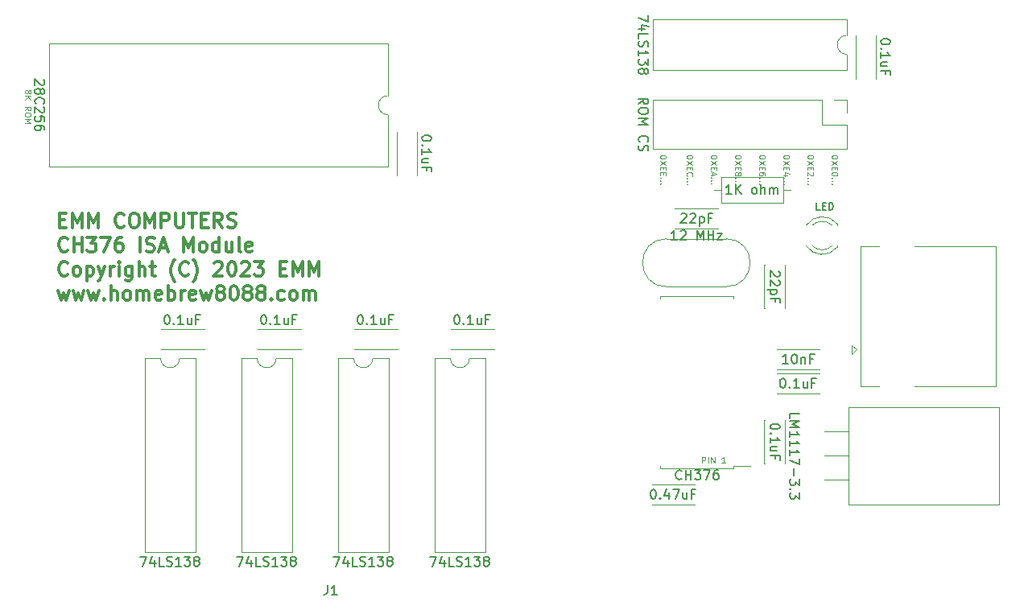
<source format=gbr>
G04 #@! TF.GenerationSoftware,KiCad,Pcbnew,(5.1.8)-1*
G04 #@! TF.CreationDate,2023-05-08T00:19:55-06:00*
G04 #@! TF.ProjectId,CH376S ISA,43483337-3653-4204-9953-412e6b696361,rev?*
G04 #@! TF.SameCoordinates,Original*
G04 #@! TF.FileFunction,Legend,Top*
G04 #@! TF.FilePolarity,Positive*
%FSLAX46Y46*%
G04 Gerber Fmt 4.6, Leading zero omitted, Abs format (unit mm)*
G04 Created by KiCad (PCBNEW (5.1.8)-1) date 2023-05-08 00:19:55*
%MOMM*%
%LPD*%
G01*
G04 APERTURE LIST*
%ADD10C,0.101600*%
%ADD11C,0.300000*%
%ADD12C,0.120000*%
%ADD13C,0.150000*%
G04 APERTURE END LIST*
D10*
X185767738Y-96858182D02*
X185767738Y-96918659D01*
X185737500Y-96979135D01*
X185707261Y-97009373D01*
X185646785Y-97039611D01*
X185525833Y-97069849D01*
X185374642Y-97069849D01*
X185253690Y-97039611D01*
X185193214Y-97009373D01*
X185162976Y-96979135D01*
X185132738Y-96918659D01*
X185132738Y-96858182D01*
X185162976Y-96797706D01*
X185193214Y-96767468D01*
X185253690Y-96737230D01*
X185374642Y-96706992D01*
X185525833Y-96706992D01*
X185646785Y-96737230D01*
X185707261Y-96767468D01*
X185737500Y-96797706D01*
X185767738Y-96858182D01*
X185767738Y-97281516D02*
X185132738Y-97704849D01*
X185767738Y-97704849D02*
X185132738Y-97281516D01*
X185465357Y-97946754D02*
X185465357Y-98158420D01*
X185132738Y-98249135D02*
X185132738Y-97946754D01*
X185767738Y-97946754D01*
X185767738Y-98249135D01*
X185767738Y-98642230D02*
X185767738Y-98702706D01*
X185737500Y-98763182D01*
X185707261Y-98793420D01*
X185646785Y-98823659D01*
X185525833Y-98853897D01*
X185374642Y-98853897D01*
X185253690Y-98823659D01*
X185193214Y-98793420D01*
X185162976Y-98763182D01*
X185132738Y-98702706D01*
X185132738Y-98642230D01*
X185162976Y-98581754D01*
X185193214Y-98551516D01*
X185253690Y-98521278D01*
X185374642Y-98491040D01*
X185525833Y-98491040D01*
X185646785Y-98521278D01*
X185707261Y-98551516D01*
X185737500Y-98581754D01*
X185767738Y-98642230D01*
X185193214Y-99126040D02*
X185162976Y-99156278D01*
X185132738Y-99126040D01*
X185162976Y-99095801D01*
X185193214Y-99126040D01*
X185132738Y-99126040D01*
X185193214Y-99428420D02*
X185162976Y-99458659D01*
X185132738Y-99428420D01*
X185162976Y-99398182D01*
X185193214Y-99428420D01*
X185132738Y-99428420D01*
X185193214Y-99730801D02*
X185162976Y-99761040D01*
X185132738Y-99730801D01*
X185162976Y-99700563D01*
X185193214Y-99730801D01*
X185132738Y-99730801D01*
X183227738Y-96858182D02*
X183227738Y-96918659D01*
X183197500Y-96979135D01*
X183167261Y-97009373D01*
X183106785Y-97039611D01*
X182985833Y-97069849D01*
X182834642Y-97069849D01*
X182713690Y-97039611D01*
X182653214Y-97009373D01*
X182622976Y-96979135D01*
X182592738Y-96918659D01*
X182592738Y-96858182D01*
X182622976Y-96797706D01*
X182653214Y-96767468D01*
X182713690Y-96737230D01*
X182834642Y-96706992D01*
X182985833Y-96706992D01*
X183106785Y-96737230D01*
X183167261Y-96767468D01*
X183197500Y-96797706D01*
X183227738Y-96858182D01*
X183227738Y-97281516D02*
X182592738Y-97704849D01*
X183227738Y-97704849D02*
X182592738Y-97281516D01*
X182925357Y-97946754D02*
X182925357Y-98158420D01*
X182592738Y-98249135D02*
X182592738Y-97946754D01*
X183227738Y-97946754D01*
X183227738Y-98249135D01*
X183167261Y-98491040D02*
X183197500Y-98521278D01*
X183227738Y-98581754D01*
X183227738Y-98732944D01*
X183197500Y-98793420D01*
X183167261Y-98823659D01*
X183106785Y-98853897D01*
X183046309Y-98853897D01*
X182955595Y-98823659D01*
X182592738Y-98460801D01*
X182592738Y-98853897D01*
X182653214Y-99126040D02*
X182622976Y-99156278D01*
X182592738Y-99126040D01*
X182622976Y-99095801D01*
X182653214Y-99126040D01*
X182592738Y-99126040D01*
X182653214Y-99428420D02*
X182622976Y-99458659D01*
X182592738Y-99428420D01*
X182622976Y-99398182D01*
X182653214Y-99428420D01*
X182592738Y-99428420D01*
X182653214Y-99730801D02*
X182622976Y-99761040D01*
X182592738Y-99730801D01*
X182622976Y-99700563D01*
X182653214Y-99730801D01*
X182592738Y-99730801D01*
X178147738Y-96858182D02*
X178147738Y-96918659D01*
X178117500Y-96979135D01*
X178087261Y-97009373D01*
X178026785Y-97039611D01*
X177905833Y-97069849D01*
X177754642Y-97069849D01*
X177633690Y-97039611D01*
X177573214Y-97009373D01*
X177542976Y-96979135D01*
X177512738Y-96918659D01*
X177512738Y-96858182D01*
X177542976Y-96797706D01*
X177573214Y-96767468D01*
X177633690Y-96737230D01*
X177754642Y-96706992D01*
X177905833Y-96706992D01*
X178026785Y-96737230D01*
X178087261Y-96767468D01*
X178117500Y-96797706D01*
X178147738Y-96858182D01*
X178147738Y-97281516D02*
X177512738Y-97704849D01*
X178147738Y-97704849D02*
X177512738Y-97281516D01*
X177845357Y-97946754D02*
X177845357Y-98158420D01*
X177512738Y-98249135D02*
X177512738Y-97946754D01*
X178147738Y-97946754D01*
X178147738Y-98249135D01*
X178147738Y-98793420D02*
X178147738Y-98672468D01*
X178117500Y-98611992D01*
X178087261Y-98581754D01*
X177996547Y-98521278D01*
X177875595Y-98491040D01*
X177633690Y-98491040D01*
X177573214Y-98521278D01*
X177542976Y-98551516D01*
X177512738Y-98611992D01*
X177512738Y-98732944D01*
X177542976Y-98793420D01*
X177573214Y-98823659D01*
X177633690Y-98853897D01*
X177784880Y-98853897D01*
X177845357Y-98823659D01*
X177875595Y-98793420D01*
X177905833Y-98732944D01*
X177905833Y-98611992D01*
X177875595Y-98551516D01*
X177845357Y-98521278D01*
X177784880Y-98491040D01*
X177573214Y-99126040D02*
X177542976Y-99156278D01*
X177512738Y-99126040D01*
X177542976Y-99095801D01*
X177573214Y-99126040D01*
X177512738Y-99126040D01*
X177573214Y-99428420D02*
X177542976Y-99458659D01*
X177512738Y-99428420D01*
X177542976Y-99398182D01*
X177573214Y-99428420D01*
X177512738Y-99428420D01*
X177573214Y-99730801D02*
X177542976Y-99761040D01*
X177512738Y-99730801D01*
X177542976Y-99700563D01*
X177573214Y-99730801D01*
X177512738Y-99730801D01*
X175607738Y-96858182D02*
X175607738Y-96918659D01*
X175577500Y-96979135D01*
X175547261Y-97009373D01*
X175486785Y-97039611D01*
X175365833Y-97069849D01*
X175214642Y-97069849D01*
X175093690Y-97039611D01*
X175033214Y-97009373D01*
X175002976Y-96979135D01*
X174972738Y-96918659D01*
X174972738Y-96858182D01*
X175002976Y-96797706D01*
X175033214Y-96767468D01*
X175093690Y-96737230D01*
X175214642Y-96706992D01*
X175365833Y-96706992D01*
X175486785Y-96737230D01*
X175547261Y-96767468D01*
X175577500Y-96797706D01*
X175607738Y-96858182D01*
X175607738Y-97281516D02*
X174972738Y-97704849D01*
X175607738Y-97704849D02*
X174972738Y-97281516D01*
X175305357Y-97946754D02*
X175305357Y-98158420D01*
X174972738Y-98249135D02*
X174972738Y-97946754D01*
X175607738Y-97946754D01*
X175607738Y-98249135D01*
X175335595Y-98611992D02*
X175365833Y-98551516D01*
X175396071Y-98521278D01*
X175456547Y-98491040D01*
X175486785Y-98491040D01*
X175547261Y-98521278D01*
X175577500Y-98551516D01*
X175607738Y-98611992D01*
X175607738Y-98732944D01*
X175577500Y-98793420D01*
X175547261Y-98823659D01*
X175486785Y-98853897D01*
X175456547Y-98853897D01*
X175396071Y-98823659D01*
X175365833Y-98793420D01*
X175335595Y-98732944D01*
X175335595Y-98611992D01*
X175305357Y-98551516D01*
X175275119Y-98521278D01*
X175214642Y-98491040D01*
X175093690Y-98491040D01*
X175033214Y-98521278D01*
X175002976Y-98551516D01*
X174972738Y-98611992D01*
X174972738Y-98732944D01*
X175002976Y-98793420D01*
X175033214Y-98823659D01*
X175093690Y-98853897D01*
X175214642Y-98853897D01*
X175275119Y-98823659D01*
X175305357Y-98793420D01*
X175335595Y-98732944D01*
X175033214Y-99126040D02*
X175002976Y-99156278D01*
X174972738Y-99126040D01*
X175002976Y-99095801D01*
X175033214Y-99126040D01*
X174972738Y-99126040D01*
X175033214Y-99428420D02*
X175002976Y-99458659D01*
X174972738Y-99428420D01*
X175002976Y-99398182D01*
X175033214Y-99428420D01*
X174972738Y-99428420D01*
X175033214Y-99730801D02*
X175002976Y-99761040D01*
X174972738Y-99730801D01*
X175002976Y-99700563D01*
X175033214Y-99730801D01*
X174972738Y-99730801D01*
X180687738Y-96858182D02*
X180687738Y-96918659D01*
X180657500Y-96979135D01*
X180627261Y-97009373D01*
X180566785Y-97039611D01*
X180445833Y-97069849D01*
X180294642Y-97069849D01*
X180173690Y-97039611D01*
X180113214Y-97009373D01*
X180082976Y-96979135D01*
X180052738Y-96918659D01*
X180052738Y-96858182D01*
X180082976Y-96797706D01*
X180113214Y-96767468D01*
X180173690Y-96737230D01*
X180294642Y-96706992D01*
X180445833Y-96706992D01*
X180566785Y-96737230D01*
X180627261Y-96767468D01*
X180657500Y-96797706D01*
X180687738Y-96858182D01*
X180687738Y-97281516D02*
X180052738Y-97704849D01*
X180687738Y-97704849D02*
X180052738Y-97281516D01*
X180385357Y-97946754D02*
X180385357Y-98158420D01*
X180052738Y-98249135D02*
X180052738Y-97946754D01*
X180687738Y-97946754D01*
X180687738Y-98249135D01*
X180476071Y-98793420D02*
X180052738Y-98793420D01*
X180717976Y-98642230D02*
X180264404Y-98491040D01*
X180264404Y-98884135D01*
X180113214Y-99126040D02*
X180082976Y-99156278D01*
X180052738Y-99126040D01*
X180082976Y-99095801D01*
X180113214Y-99126040D01*
X180052738Y-99126040D01*
X180113214Y-99428420D02*
X180082976Y-99458659D01*
X180052738Y-99428420D01*
X180082976Y-99398182D01*
X180113214Y-99428420D01*
X180052738Y-99428420D01*
X180113214Y-99730801D02*
X180082976Y-99761040D01*
X180052738Y-99730801D01*
X180082976Y-99700563D01*
X180113214Y-99730801D01*
X180052738Y-99730801D01*
X173067738Y-96858182D02*
X173067738Y-96918659D01*
X173037500Y-96979135D01*
X173007261Y-97009373D01*
X172946785Y-97039611D01*
X172825833Y-97069849D01*
X172674642Y-97069849D01*
X172553690Y-97039611D01*
X172493214Y-97009373D01*
X172462976Y-96979135D01*
X172432738Y-96918659D01*
X172432738Y-96858182D01*
X172462976Y-96797706D01*
X172493214Y-96767468D01*
X172553690Y-96737230D01*
X172674642Y-96706992D01*
X172825833Y-96706992D01*
X172946785Y-96737230D01*
X173007261Y-96767468D01*
X173037500Y-96797706D01*
X173067738Y-96858182D01*
X173067738Y-97281516D02*
X172432738Y-97704849D01*
X173067738Y-97704849D02*
X172432738Y-97281516D01*
X172765357Y-97946754D02*
X172765357Y-98158420D01*
X172432738Y-98249135D02*
X172432738Y-97946754D01*
X173067738Y-97946754D01*
X173067738Y-98249135D01*
X172614166Y-98491040D02*
X172614166Y-98793420D01*
X172432738Y-98430563D02*
X173067738Y-98642230D01*
X172432738Y-98853897D01*
X172493214Y-99065563D02*
X172462976Y-99095801D01*
X172432738Y-99065563D01*
X172462976Y-99035325D01*
X172493214Y-99065563D01*
X172432738Y-99065563D01*
X172493214Y-99367944D02*
X172462976Y-99398182D01*
X172432738Y-99367944D01*
X172462976Y-99337706D01*
X172493214Y-99367944D01*
X172432738Y-99367944D01*
X172493214Y-99670325D02*
X172462976Y-99700563D01*
X172432738Y-99670325D01*
X172462976Y-99640087D01*
X172493214Y-99670325D01*
X172432738Y-99670325D01*
X170527738Y-96858182D02*
X170527738Y-96918659D01*
X170497500Y-96979135D01*
X170467261Y-97009373D01*
X170406785Y-97039611D01*
X170285833Y-97069849D01*
X170134642Y-97069849D01*
X170013690Y-97039611D01*
X169953214Y-97009373D01*
X169922976Y-96979135D01*
X169892738Y-96918659D01*
X169892738Y-96858182D01*
X169922976Y-96797706D01*
X169953214Y-96767468D01*
X170013690Y-96737230D01*
X170134642Y-96706992D01*
X170285833Y-96706992D01*
X170406785Y-96737230D01*
X170467261Y-96767468D01*
X170497500Y-96797706D01*
X170527738Y-96858182D01*
X170527738Y-97281516D02*
X169892738Y-97704849D01*
X170527738Y-97704849D02*
X169892738Y-97281516D01*
X170225357Y-97946754D02*
X170225357Y-98158420D01*
X169892738Y-98249135D02*
X169892738Y-97946754D01*
X170527738Y-97946754D01*
X170527738Y-98249135D01*
X169953214Y-98884135D02*
X169922976Y-98853897D01*
X169892738Y-98763182D01*
X169892738Y-98702706D01*
X169922976Y-98611992D01*
X169983452Y-98551516D01*
X170043928Y-98521278D01*
X170164880Y-98491040D01*
X170255595Y-98491040D01*
X170376547Y-98521278D01*
X170437023Y-98551516D01*
X170497500Y-98611992D01*
X170527738Y-98702706D01*
X170527738Y-98763182D01*
X170497500Y-98853897D01*
X170467261Y-98884135D01*
X169953214Y-99156278D02*
X169922976Y-99186516D01*
X169892738Y-99156278D01*
X169922976Y-99126040D01*
X169953214Y-99156278D01*
X169892738Y-99156278D01*
X169953214Y-99458659D02*
X169922976Y-99488897D01*
X169892738Y-99458659D01*
X169922976Y-99428420D01*
X169953214Y-99458659D01*
X169892738Y-99458659D01*
X169953214Y-99761040D02*
X169922976Y-99791278D01*
X169892738Y-99761040D01*
X169922976Y-99730801D01*
X169953214Y-99761040D01*
X169892738Y-99761040D01*
X167733738Y-96858182D02*
X167733738Y-96918659D01*
X167703500Y-96979135D01*
X167673261Y-97009373D01*
X167612785Y-97039611D01*
X167491833Y-97069849D01*
X167340642Y-97069849D01*
X167219690Y-97039611D01*
X167159214Y-97009373D01*
X167128976Y-96979135D01*
X167098738Y-96918659D01*
X167098738Y-96858182D01*
X167128976Y-96797706D01*
X167159214Y-96767468D01*
X167219690Y-96737230D01*
X167340642Y-96706992D01*
X167491833Y-96706992D01*
X167612785Y-96737230D01*
X167673261Y-96767468D01*
X167703500Y-96797706D01*
X167733738Y-96858182D01*
X167733738Y-97281516D02*
X167098738Y-97704849D01*
X167733738Y-97704849D02*
X167098738Y-97281516D01*
X167431357Y-97946754D02*
X167431357Y-98158420D01*
X167098738Y-98249135D02*
X167098738Y-97946754D01*
X167733738Y-97946754D01*
X167733738Y-98249135D01*
X167431357Y-98521278D02*
X167431357Y-98732944D01*
X167098738Y-98823659D02*
X167098738Y-98521278D01*
X167733738Y-98521278D01*
X167733738Y-98823659D01*
X167159214Y-99095801D02*
X167128976Y-99126040D01*
X167098738Y-99095801D01*
X167128976Y-99065563D01*
X167159214Y-99095801D01*
X167098738Y-99095801D01*
X167159214Y-99398182D02*
X167128976Y-99428420D01*
X167098738Y-99398182D01*
X167128976Y-99367944D01*
X167159214Y-99398182D01*
X167098738Y-99398182D01*
X167159214Y-99700563D02*
X167128976Y-99730801D01*
X167098738Y-99700563D01*
X167128976Y-99670325D01*
X167159214Y-99700563D01*
X167098738Y-99700563D01*
D11*
X103930142Y-103509857D02*
X104430142Y-103509857D01*
X104644428Y-104295571D02*
X103930142Y-104295571D01*
X103930142Y-102795571D01*
X104644428Y-102795571D01*
X105287285Y-104295571D02*
X105287285Y-102795571D01*
X105787285Y-103867000D01*
X106287285Y-102795571D01*
X106287285Y-104295571D01*
X107001571Y-104295571D02*
X107001571Y-102795571D01*
X107501571Y-103867000D01*
X108001571Y-102795571D01*
X108001571Y-104295571D01*
X110715857Y-104152714D02*
X110644428Y-104224142D01*
X110430142Y-104295571D01*
X110287285Y-104295571D01*
X110073000Y-104224142D01*
X109930142Y-104081285D01*
X109858714Y-103938428D01*
X109787285Y-103652714D01*
X109787285Y-103438428D01*
X109858714Y-103152714D01*
X109930142Y-103009857D01*
X110073000Y-102867000D01*
X110287285Y-102795571D01*
X110430142Y-102795571D01*
X110644428Y-102867000D01*
X110715857Y-102938428D01*
X111644428Y-102795571D02*
X111930142Y-102795571D01*
X112073000Y-102867000D01*
X112215857Y-103009857D01*
X112287285Y-103295571D01*
X112287285Y-103795571D01*
X112215857Y-104081285D01*
X112073000Y-104224142D01*
X111930142Y-104295571D01*
X111644428Y-104295571D01*
X111501571Y-104224142D01*
X111358714Y-104081285D01*
X111287285Y-103795571D01*
X111287285Y-103295571D01*
X111358714Y-103009857D01*
X111501571Y-102867000D01*
X111644428Y-102795571D01*
X112930142Y-104295571D02*
X112930142Y-102795571D01*
X113430142Y-103867000D01*
X113930142Y-102795571D01*
X113930142Y-104295571D01*
X114644428Y-104295571D02*
X114644428Y-102795571D01*
X115215857Y-102795571D01*
X115358714Y-102867000D01*
X115430142Y-102938428D01*
X115501571Y-103081285D01*
X115501571Y-103295571D01*
X115430142Y-103438428D01*
X115358714Y-103509857D01*
X115215857Y-103581285D01*
X114644428Y-103581285D01*
X116144428Y-102795571D02*
X116144428Y-104009857D01*
X116215857Y-104152714D01*
X116287285Y-104224142D01*
X116430142Y-104295571D01*
X116715857Y-104295571D01*
X116858714Y-104224142D01*
X116930142Y-104152714D01*
X117001571Y-104009857D01*
X117001571Y-102795571D01*
X117501571Y-102795571D02*
X118358714Y-102795571D01*
X117930142Y-104295571D02*
X117930142Y-102795571D01*
X118858714Y-103509857D02*
X119358714Y-103509857D01*
X119573000Y-104295571D02*
X118858714Y-104295571D01*
X118858714Y-102795571D01*
X119573000Y-102795571D01*
X121073000Y-104295571D02*
X120573000Y-103581285D01*
X120215857Y-104295571D02*
X120215857Y-102795571D01*
X120787285Y-102795571D01*
X120930142Y-102867000D01*
X121001571Y-102938428D01*
X121073000Y-103081285D01*
X121073000Y-103295571D01*
X121001571Y-103438428D01*
X120930142Y-103509857D01*
X120787285Y-103581285D01*
X120215857Y-103581285D01*
X121644428Y-104224142D02*
X121858714Y-104295571D01*
X122215857Y-104295571D01*
X122358714Y-104224142D01*
X122430142Y-104152714D01*
X122501571Y-104009857D01*
X122501571Y-103867000D01*
X122430142Y-103724142D01*
X122358714Y-103652714D01*
X122215857Y-103581285D01*
X121930142Y-103509857D01*
X121787285Y-103438428D01*
X121715857Y-103367000D01*
X121644428Y-103224142D01*
X121644428Y-103081285D01*
X121715857Y-102938428D01*
X121787285Y-102867000D01*
X121930142Y-102795571D01*
X122287285Y-102795571D01*
X122501571Y-102867000D01*
X104787285Y-106702714D02*
X104715857Y-106774142D01*
X104501571Y-106845571D01*
X104358714Y-106845571D01*
X104144428Y-106774142D01*
X104001571Y-106631285D01*
X103930142Y-106488428D01*
X103858714Y-106202714D01*
X103858714Y-105988428D01*
X103930142Y-105702714D01*
X104001571Y-105559857D01*
X104144428Y-105417000D01*
X104358714Y-105345571D01*
X104501571Y-105345571D01*
X104715857Y-105417000D01*
X104787285Y-105488428D01*
X105430142Y-106845571D02*
X105430142Y-105345571D01*
X105430142Y-106059857D02*
X106287285Y-106059857D01*
X106287285Y-106845571D02*
X106287285Y-105345571D01*
X106858714Y-105345571D02*
X107787285Y-105345571D01*
X107287285Y-105917000D01*
X107501571Y-105917000D01*
X107644428Y-105988428D01*
X107715857Y-106059857D01*
X107787285Y-106202714D01*
X107787285Y-106559857D01*
X107715857Y-106702714D01*
X107644428Y-106774142D01*
X107501571Y-106845571D01*
X107073000Y-106845571D01*
X106930142Y-106774142D01*
X106858714Y-106702714D01*
X108287285Y-105345571D02*
X109287285Y-105345571D01*
X108644428Y-106845571D01*
X110501571Y-105345571D02*
X110215857Y-105345571D01*
X110073000Y-105417000D01*
X110001571Y-105488428D01*
X109858714Y-105702714D01*
X109787285Y-105988428D01*
X109787285Y-106559857D01*
X109858714Y-106702714D01*
X109930142Y-106774142D01*
X110073000Y-106845571D01*
X110358714Y-106845571D01*
X110501571Y-106774142D01*
X110573000Y-106702714D01*
X110644428Y-106559857D01*
X110644428Y-106202714D01*
X110573000Y-106059857D01*
X110501571Y-105988428D01*
X110358714Y-105917000D01*
X110073000Y-105917000D01*
X109930142Y-105988428D01*
X109858714Y-106059857D01*
X109787285Y-106202714D01*
X112430142Y-106845571D02*
X112430142Y-105345571D01*
X113073000Y-106774142D02*
X113287285Y-106845571D01*
X113644428Y-106845571D01*
X113787285Y-106774142D01*
X113858714Y-106702714D01*
X113930142Y-106559857D01*
X113930142Y-106417000D01*
X113858714Y-106274142D01*
X113787285Y-106202714D01*
X113644428Y-106131285D01*
X113358714Y-106059857D01*
X113215857Y-105988428D01*
X113144428Y-105917000D01*
X113073000Y-105774142D01*
X113073000Y-105631285D01*
X113144428Y-105488428D01*
X113215857Y-105417000D01*
X113358714Y-105345571D01*
X113715857Y-105345571D01*
X113930142Y-105417000D01*
X114501571Y-106417000D02*
X115215857Y-106417000D01*
X114358714Y-106845571D02*
X114858714Y-105345571D01*
X115358714Y-106845571D01*
X117001571Y-106845571D02*
X117001571Y-105345571D01*
X117501571Y-106417000D01*
X118001571Y-105345571D01*
X118001571Y-106845571D01*
X118930142Y-106845571D02*
X118787285Y-106774142D01*
X118715857Y-106702714D01*
X118644428Y-106559857D01*
X118644428Y-106131285D01*
X118715857Y-105988428D01*
X118787285Y-105917000D01*
X118930142Y-105845571D01*
X119144428Y-105845571D01*
X119287285Y-105917000D01*
X119358714Y-105988428D01*
X119430142Y-106131285D01*
X119430142Y-106559857D01*
X119358714Y-106702714D01*
X119287285Y-106774142D01*
X119144428Y-106845571D01*
X118930142Y-106845571D01*
X120715857Y-106845571D02*
X120715857Y-105345571D01*
X120715857Y-106774142D02*
X120573000Y-106845571D01*
X120287285Y-106845571D01*
X120144428Y-106774142D01*
X120073000Y-106702714D01*
X120001571Y-106559857D01*
X120001571Y-106131285D01*
X120073000Y-105988428D01*
X120144428Y-105917000D01*
X120287285Y-105845571D01*
X120573000Y-105845571D01*
X120715857Y-105917000D01*
X122073000Y-105845571D02*
X122073000Y-106845571D01*
X121430142Y-105845571D02*
X121430142Y-106631285D01*
X121501571Y-106774142D01*
X121644428Y-106845571D01*
X121858714Y-106845571D01*
X122001571Y-106774142D01*
X122073000Y-106702714D01*
X123001571Y-106845571D02*
X122858714Y-106774142D01*
X122787285Y-106631285D01*
X122787285Y-105345571D01*
X124144428Y-106774142D02*
X124001571Y-106845571D01*
X123715857Y-106845571D01*
X123573000Y-106774142D01*
X123501571Y-106631285D01*
X123501571Y-106059857D01*
X123573000Y-105917000D01*
X123715857Y-105845571D01*
X124001571Y-105845571D01*
X124144428Y-105917000D01*
X124215857Y-106059857D01*
X124215857Y-106202714D01*
X123501571Y-106345571D01*
X104787285Y-109252714D02*
X104715857Y-109324142D01*
X104501571Y-109395571D01*
X104358714Y-109395571D01*
X104144428Y-109324142D01*
X104001571Y-109181285D01*
X103930142Y-109038428D01*
X103858714Y-108752714D01*
X103858714Y-108538428D01*
X103930142Y-108252714D01*
X104001571Y-108109857D01*
X104144428Y-107967000D01*
X104358714Y-107895571D01*
X104501571Y-107895571D01*
X104715857Y-107967000D01*
X104787285Y-108038428D01*
X105644428Y-109395571D02*
X105501571Y-109324142D01*
X105430142Y-109252714D01*
X105358714Y-109109857D01*
X105358714Y-108681285D01*
X105430142Y-108538428D01*
X105501571Y-108467000D01*
X105644428Y-108395571D01*
X105858714Y-108395571D01*
X106001571Y-108467000D01*
X106073000Y-108538428D01*
X106144428Y-108681285D01*
X106144428Y-109109857D01*
X106073000Y-109252714D01*
X106001571Y-109324142D01*
X105858714Y-109395571D01*
X105644428Y-109395571D01*
X106787285Y-108395571D02*
X106787285Y-109895571D01*
X106787285Y-108467000D02*
X106930142Y-108395571D01*
X107215857Y-108395571D01*
X107358714Y-108467000D01*
X107430142Y-108538428D01*
X107501571Y-108681285D01*
X107501571Y-109109857D01*
X107430142Y-109252714D01*
X107358714Y-109324142D01*
X107215857Y-109395571D01*
X106930142Y-109395571D01*
X106787285Y-109324142D01*
X108001571Y-108395571D02*
X108358714Y-109395571D01*
X108715857Y-108395571D02*
X108358714Y-109395571D01*
X108215857Y-109752714D01*
X108144428Y-109824142D01*
X108001571Y-109895571D01*
X109287285Y-109395571D02*
X109287285Y-108395571D01*
X109287285Y-108681285D02*
X109358714Y-108538428D01*
X109430142Y-108467000D01*
X109573000Y-108395571D01*
X109715857Y-108395571D01*
X110215857Y-109395571D02*
X110215857Y-108395571D01*
X110215857Y-107895571D02*
X110144428Y-107967000D01*
X110215857Y-108038428D01*
X110287285Y-107967000D01*
X110215857Y-107895571D01*
X110215857Y-108038428D01*
X111573000Y-108395571D02*
X111573000Y-109609857D01*
X111501571Y-109752714D01*
X111430142Y-109824142D01*
X111287285Y-109895571D01*
X111073000Y-109895571D01*
X110930142Y-109824142D01*
X111573000Y-109324142D02*
X111430142Y-109395571D01*
X111144428Y-109395571D01*
X111001571Y-109324142D01*
X110930142Y-109252714D01*
X110858714Y-109109857D01*
X110858714Y-108681285D01*
X110930142Y-108538428D01*
X111001571Y-108467000D01*
X111144428Y-108395571D01*
X111430142Y-108395571D01*
X111573000Y-108467000D01*
X112287285Y-109395571D02*
X112287285Y-107895571D01*
X112930142Y-109395571D02*
X112930142Y-108609857D01*
X112858714Y-108467000D01*
X112715857Y-108395571D01*
X112501571Y-108395571D01*
X112358714Y-108467000D01*
X112287285Y-108538428D01*
X113430142Y-108395571D02*
X114001571Y-108395571D01*
X113644428Y-107895571D02*
X113644428Y-109181285D01*
X113715857Y-109324142D01*
X113858714Y-109395571D01*
X114001571Y-109395571D01*
X116073000Y-109967000D02*
X116001571Y-109895571D01*
X115858714Y-109681285D01*
X115787285Y-109538428D01*
X115715857Y-109324142D01*
X115644428Y-108967000D01*
X115644428Y-108681285D01*
X115715857Y-108324142D01*
X115787285Y-108109857D01*
X115858714Y-107967000D01*
X116001571Y-107752714D01*
X116073000Y-107681285D01*
X117501571Y-109252714D02*
X117430142Y-109324142D01*
X117215857Y-109395571D01*
X117073000Y-109395571D01*
X116858714Y-109324142D01*
X116715857Y-109181285D01*
X116644428Y-109038428D01*
X116573000Y-108752714D01*
X116573000Y-108538428D01*
X116644428Y-108252714D01*
X116715857Y-108109857D01*
X116858714Y-107967000D01*
X117073000Y-107895571D01*
X117215857Y-107895571D01*
X117430142Y-107967000D01*
X117501571Y-108038428D01*
X118001571Y-109967000D02*
X118073000Y-109895571D01*
X118215857Y-109681285D01*
X118287285Y-109538428D01*
X118358714Y-109324142D01*
X118430142Y-108967000D01*
X118430142Y-108681285D01*
X118358714Y-108324142D01*
X118287285Y-108109857D01*
X118215857Y-107967000D01*
X118073000Y-107752714D01*
X118001571Y-107681285D01*
X120215857Y-108038428D02*
X120287285Y-107967000D01*
X120430142Y-107895571D01*
X120787285Y-107895571D01*
X120930142Y-107967000D01*
X121001571Y-108038428D01*
X121073000Y-108181285D01*
X121073000Y-108324142D01*
X121001571Y-108538428D01*
X120144428Y-109395571D01*
X121073000Y-109395571D01*
X122001571Y-107895571D02*
X122144428Y-107895571D01*
X122287285Y-107967000D01*
X122358714Y-108038428D01*
X122430142Y-108181285D01*
X122501571Y-108467000D01*
X122501571Y-108824142D01*
X122430142Y-109109857D01*
X122358714Y-109252714D01*
X122287285Y-109324142D01*
X122144428Y-109395571D01*
X122001571Y-109395571D01*
X121858714Y-109324142D01*
X121787285Y-109252714D01*
X121715857Y-109109857D01*
X121644428Y-108824142D01*
X121644428Y-108467000D01*
X121715857Y-108181285D01*
X121787285Y-108038428D01*
X121858714Y-107967000D01*
X122001571Y-107895571D01*
X123073000Y-108038428D02*
X123144428Y-107967000D01*
X123287285Y-107895571D01*
X123644428Y-107895571D01*
X123787285Y-107967000D01*
X123858714Y-108038428D01*
X123930142Y-108181285D01*
X123930142Y-108324142D01*
X123858714Y-108538428D01*
X123001571Y-109395571D01*
X123930142Y-109395571D01*
X124430142Y-107895571D02*
X125358714Y-107895571D01*
X124858714Y-108467000D01*
X125073000Y-108467000D01*
X125215857Y-108538428D01*
X125287285Y-108609857D01*
X125358714Y-108752714D01*
X125358714Y-109109857D01*
X125287285Y-109252714D01*
X125215857Y-109324142D01*
X125073000Y-109395571D01*
X124644428Y-109395571D01*
X124501571Y-109324142D01*
X124430142Y-109252714D01*
X127144428Y-108609857D02*
X127644428Y-108609857D01*
X127858714Y-109395571D02*
X127144428Y-109395571D01*
X127144428Y-107895571D01*
X127858714Y-107895571D01*
X128501571Y-109395571D02*
X128501571Y-107895571D01*
X129001571Y-108967000D01*
X129501571Y-107895571D01*
X129501571Y-109395571D01*
X130215857Y-109395571D02*
X130215857Y-107895571D01*
X130715857Y-108967000D01*
X131215857Y-107895571D01*
X131215857Y-109395571D01*
X103787285Y-110945571D02*
X104073000Y-111945571D01*
X104358714Y-111231285D01*
X104644428Y-111945571D01*
X104930142Y-110945571D01*
X105358714Y-110945571D02*
X105644428Y-111945571D01*
X105930142Y-111231285D01*
X106215857Y-111945571D01*
X106501571Y-110945571D01*
X106930142Y-110945571D02*
X107215857Y-111945571D01*
X107501571Y-111231285D01*
X107787285Y-111945571D01*
X108073000Y-110945571D01*
X108644428Y-111802714D02*
X108715857Y-111874142D01*
X108644428Y-111945571D01*
X108573000Y-111874142D01*
X108644428Y-111802714D01*
X108644428Y-111945571D01*
X109358714Y-111945571D02*
X109358714Y-110445571D01*
X110001571Y-111945571D02*
X110001571Y-111159857D01*
X109930142Y-111017000D01*
X109787285Y-110945571D01*
X109573000Y-110945571D01*
X109430142Y-111017000D01*
X109358714Y-111088428D01*
X110930142Y-111945571D02*
X110787285Y-111874142D01*
X110715857Y-111802714D01*
X110644428Y-111659857D01*
X110644428Y-111231285D01*
X110715857Y-111088428D01*
X110787285Y-111017000D01*
X110930142Y-110945571D01*
X111144428Y-110945571D01*
X111287285Y-111017000D01*
X111358714Y-111088428D01*
X111430142Y-111231285D01*
X111430142Y-111659857D01*
X111358714Y-111802714D01*
X111287285Y-111874142D01*
X111144428Y-111945571D01*
X110930142Y-111945571D01*
X112073000Y-111945571D02*
X112073000Y-110945571D01*
X112073000Y-111088428D02*
X112144428Y-111017000D01*
X112287285Y-110945571D01*
X112501571Y-110945571D01*
X112644428Y-111017000D01*
X112715857Y-111159857D01*
X112715857Y-111945571D01*
X112715857Y-111159857D02*
X112787285Y-111017000D01*
X112930142Y-110945571D01*
X113144428Y-110945571D01*
X113287285Y-111017000D01*
X113358714Y-111159857D01*
X113358714Y-111945571D01*
X114644428Y-111874142D02*
X114501571Y-111945571D01*
X114215857Y-111945571D01*
X114073000Y-111874142D01*
X114001571Y-111731285D01*
X114001571Y-111159857D01*
X114073000Y-111017000D01*
X114215857Y-110945571D01*
X114501571Y-110945571D01*
X114644428Y-111017000D01*
X114715857Y-111159857D01*
X114715857Y-111302714D01*
X114001571Y-111445571D01*
X115358714Y-111945571D02*
X115358714Y-110445571D01*
X115358714Y-111017000D02*
X115501571Y-110945571D01*
X115787285Y-110945571D01*
X115930142Y-111017000D01*
X116001571Y-111088428D01*
X116073000Y-111231285D01*
X116073000Y-111659857D01*
X116001571Y-111802714D01*
X115930142Y-111874142D01*
X115787285Y-111945571D01*
X115501571Y-111945571D01*
X115358714Y-111874142D01*
X116715857Y-111945571D02*
X116715857Y-110945571D01*
X116715857Y-111231285D02*
X116787285Y-111088428D01*
X116858714Y-111017000D01*
X117001571Y-110945571D01*
X117144428Y-110945571D01*
X118215857Y-111874142D02*
X118073000Y-111945571D01*
X117787285Y-111945571D01*
X117644428Y-111874142D01*
X117573000Y-111731285D01*
X117573000Y-111159857D01*
X117644428Y-111017000D01*
X117787285Y-110945571D01*
X118073000Y-110945571D01*
X118215857Y-111017000D01*
X118287285Y-111159857D01*
X118287285Y-111302714D01*
X117573000Y-111445571D01*
X118787285Y-110945571D02*
X119073000Y-111945571D01*
X119358714Y-111231285D01*
X119644428Y-111945571D01*
X119930142Y-110945571D01*
X120715857Y-111088428D02*
X120573000Y-111017000D01*
X120501571Y-110945571D01*
X120430142Y-110802714D01*
X120430142Y-110731285D01*
X120501571Y-110588428D01*
X120573000Y-110517000D01*
X120715857Y-110445571D01*
X121001571Y-110445571D01*
X121144428Y-110517000D01*
X121215857Y-110588428D01*
X121287285Y-110731285D01*
X121287285Y-110802714D01*
X121215857Y-110945571D01*
X121144428Y-111017000D01*
X121001571Y-111088428D01*
X120715857Y-111088428D01*
X120573000Y-111159857D01*
X120501571Y-111231285D01*
X120430142Y-111374142D01*
X120430142Y-111659857D01*
X120501571Y-111802714D01*
X120573000Y-111874142D01*
X120715857Y-111945571D01*
X121001571Y-111945571D01*
X121144428Y-111874142D01*
X121215857Y-111802714D01*
X121287285Y-111659857D01*
X121287285Y-111374142D01*
X121215857Y-111231285D01*
X121144428Y-111159857D01*
X121001571Y-111088428D01*
X122215857Y-110445571D02*
X122358714Y-110445571D01*
X122501571Y-110517000D01*
X122573000Y-110588428D01*
X122644428Y-110731285D01*
X122715857Y-111017000D01*
X122715857Y-111374142D01*
X122644428Y-111659857D01*
X122573000Y-111802714D01*
X122501571Y-111874142D01*
X122358714Y-111945571D01*
X122215857Y-111945571D01*
X122073000Y-111874142D01*
X122001571Y-111802714D01*
X121930142Y-111659857D01*
X121858714Y-111374142D01*
X121858714Y-111017000D01*
X121930142Y-110731285D01*
X122001571Y-110588428D01*
X122073000Y-110517000D01*
X122215857Y-110445571D01*
X123573000Y-111088428D02*
X123430142Y-111017000D01*
X123358714Y-110945571D01*
X123287285Y-110802714D01*
X123287285Y-110731285D01*
X123358714Y-110588428D01*
X123430142Y-110517000D01*
X123573000Y-110445571D01*
X123858714Y-110445571D01*
X124001571Y-110517000D01*
X124073000Y-110588428D01*
X124144428Y-110731285D01*
X124144428Y-110802714D01*
X124073000Y-110945571D01*
X124001571Y-111017000D01*
X123858714Y-111088428D01*
X123573000Y-111088428D01*
X123430142Y-111159857D01*
X123358714Y-111231285D01*
X123287285Y-111374142D01*
X123287285Y-111659857D01*
X123358714Y-111802714D01*
X123430142Y-111874142D01*
X123573000Y-111945571D01*
X123858714Y-111945571D01*
X124001571Y-111874142D01*
X124073000Y-111802714D01*
X124144428Y-111659857D01*
X124144428Y-111374142D01*
X124073000Y-111231285D01*
X124001571Y-111159857D01*
X123858714Y-111088428D01*
X125001571Y-111088428D02*
X124858714Y-111017000D01*
X124787285Y-110945571D01*
X124715857Y-110802714D01*
X124715857Y-110731285D01*
X124787285Y-110588428D01*
X124858714Y-110517000D01*
X125001571Y-110445571D01*
X125287285Y-110445571D01*
X125430142Y-110517000D01*
X125501571Y-110588428D01*
X125573000Y-110731285D01*
X125573000Y-110802714D01*
X125501571Y-110945571D01*
X125430142Y-111017000D01*
X125287285Y-111088428D01*
X125001571Y-111088428D01*
X124858714Y-111159857D01*
X124787285Y-111231285D01*
X124715857Y-111374142D01*
X124715857Y-111659857D01*
X124787285Y-111802714D01*
X124858714Y-111874142D01*
X125001571Y-111945571D01*
X125287285Y-111945571D01*
X125430142Y-111874142D01*
X125501571Y-111802714D01*
X125573000Y-111659857D01*
X125573000Y-111374142D01*
X125501571Y-111231285D01*
X125430142Y-111159857D01*
X125287285Y-111088428D01*
X126215857Y-111802714D02*
X126287285Y-111874142D01*
X126215857Y-111945571D01*
X126144428Y-111874142D01*
X126215857Y-111802714D01*
X126215857Y-111945571D01*
X127573000Y-111874142D02*
X127430142Y-111945571D01*
X127144428Y-111945571D01*
X127001571Y-111874142D01*
X126930142Y-111802714D01*
X126858714Y-111659857D01*
X126858714Y-111231285D01*
X126930142Y-111088428D01*
X127001571Y-111017000D01*
X127144428Y-110945571D01*
X127430142Y-110945571D01*
X127573000Y-111017000D01*
X128430142Y-111945571D02*
X128287285Y-111874142D01*
X128215857Y-111802714D01*
X128144428Y-111659857D01*
X128144428Y-111231285D01*
X128215857Y-111088428D01*
X128287285Y-111017000D01*
X128430142Y-110945571D01*
X128644428Y-110945571D01*
X128787285Y-111017000D01*
X128858714Y-111088428D01*
X128930142Y-111231285D01*
X128930142Y-111659857D01*
X128858714Y-111802714D01*
X128787285Y-111874142D01*
X128644428Y-111945571D01*
X128430142Y-111945571D01*
X129573000Y-111945571D02*
X129573000Y-110945571D01*
X129573000Y-111088428D02*
X129644428Y-111017000D01*
X129787285Y-110945571D01*
X130001571Y-110945571D01*
X130144428Y-111017000D01*
X130215857Y-111159857D01*
X130215857Y-111945571D01*
X130215857Y-111159857D02*
X130287285Y-111017000D01*
X130430142Y-110945571D01*
X130644428Y-110945571D01*
X130787285Y-111017000D01*
X130858714Y-111159857D01*
X130858714Y-111945571D01*
D10*
X171525595Y-129065261D02*
X171525595Y-128430261D01*
X171767500Y-128430261D01*
X171827976Y-128460500D01*
X171858214Y-128490738D01*
X171888452Y-128551214D01*
X171888452Y-128641928D01*
X171858214Y-128702404D01*
X171827976Y-128732642D01*
X171767500Y-128762880D01*
X171525595Y-128762880D01*
X172160595Y-129065261D02*
X172160595Y-128430261D01*
X172462976Y-129065261D02*
X172462976Y-128430261D01*
X172825833Y-129065261D01*
X172825833Y-128430261D01*
X173944642Y-129065261D02*
X173581785Y-129065261D01*
X173763214Y-129065261D02*
X173763214Y-128430261D01*
X173702738Y-128520976D01*
X173642261Y-128581452D01*
X173581785Y-128611690D01*
X100659595Y-89969944D02*
X100689833Y-89909468D01*
X100720071Y-89879230D01*
X100780547Y-89848992D01*
X100810785Y-89848992D01*
X100871261Y-89879230D01*
X100901500Y-89909468D01*
X100931738Y-89969944D01*
X100931738Y-90090897D01*
X100901500Y-90151373D01*
X100871261Y-90181611D01*
X100810785Y-90211849D01*
X100780547Y-90211849D01*
X100720071Y-90181611D01*
X100689833Y-90151373D01*
X100659595Y-90090897D01*
X100659595Y-89969944D01*
X100629357Y-89909468D01*
X100599119Y-89879230D01*
X100538642Y-89848992D01*
X100417690Y-89848992D01*
X100357214Y-89879230D01*
X100326976Y-89909468D01*
X100296738Y-89969944D01*
X100296738Y-90090897D01*
X100326976Y-90151373D01*
X100357214Y-90181611D01*
X100417690Y-90211849D01*
X100538642Y-90211849D01*
X100599119Y-90181611D01*
X100629357Y-90151373D01*
X100659595Y-90090897D01*
X100296738Y-90483992D02*
X100931738Y-90483992D01*
X100296738Y-90846849D02*
X100659595Y-90574706D01*
X100931738Y-90846849D02*
X100568880Y-90483992D01*
X100296738Y-91965659D02*
X100599119Y-91753992D01*
X100296738Y-91602801D02*
X100931738Y-91602801D01*
X100931738Y-91844706D01*
X100901500Y-91905182D01*
X100871261Y-91935420D01*
X100810785Y-91965659D01*
X100720071Y-91965659D01*
X100659595Y-91935420D01*
X100629357Y-91905182D01*
X100599119Y-91844706D01*
X100599119Y-91602801D01*
X100931738Y-92358754D02*
X100931738Y-92479706D01*
X100901500Y-92540182D01*
X100841023Y-92600659D01*
X100720071Y-92630897D01*
X100508404Y-92630897D01*
X100387452Y-92600659D01*
X100326976Y-92540182D01*
X100296738Y-92479706D01*
X100296738Y-92358754D01*
X100326976Y-92298278D01*
X100387452Y-92237801D01*
X100508404Y-92207563D01*
X100720071Y-92207563D01*
X100841023Y-92237801D01*
X100901500Y-92298278D01*
X100931738Y-92358754D01*
X100296738Y-92903040D02*
X100931738Y-92903040D01*
X100478166Y-93114706D01*
X100931738Y-93326373D01*
X100296738Y-93326373D01*
D12*
G04 #@! TO.C,U15*
X118220000Y-118050000D02*
X116570000Y-118050000D01*
X118220000Y-138490000D02*
X118220000Y-118050000D01*
X112920000Y-138490000D02*
X118220000Y-138490000D01*
X112920000Y-118050000D02*
X112920000Y-138490000D01*
X114570000Y-118050000D02*
X112920000Y-118050000D01*
X116570000Y-118050000D02*
G75*
G02*
X114570000Y-118050000I-1000000J0D01*
G01*
G04 #@! TO.C,U14*
X128380000Y-118050000D02*
X126730000Y-118050000D01*
X128380000Y-138490000D02*
X128380000Y-118050000D01*
X123080000Y-138490000D02*
X128380000Y-138490000D01*
X123080000Y-118050000D02*
X123080000Y-138490000D01*
X124730000Y-118050000D02*
X123080000Y-118050000D01*
X126730000Y-118050000D02*
G75*
G02*
X124730000Y-118050000I-1000000J0D01*
G01*
G04 #@! TO.C,U13*
X138540000Y-118050000D02*
X136890000Y-118050000D01*
X138540000Y-138490000D02*
X138540000Y-118050000D01*
X133240000Y-138490000D02*
X138540000Y-138490000D01*
X133240000Y-118050000D02*
X133240000Y-138490000D01*
X134890000Y-118050000D02*
X133240000Y-118050000D01*
X136890000Y-118050000D02*
G75*
G02*
X134890000Y-118050000I-1000000J0D01*
G01*
G04 #@! TO.C,U5*
X186750000Y-87740000D02*
X186750000Y-86090000D01*
X166310000Y-87740000D02*
X186750000Y-87740000D01*
X166310000Y-82440000D02*
X166310000Y-87740000D01*
X186750000Y-82440000D02*
X166310000Y-82440000D01*
X186750000Y-84090000D02*
X186750000Y-82440000D01*
X186750000Y-86090000D02*
G75*
G02*
X186750000Y-84090000I0J1000000D01*
G01*
G04 #@! TO.C,U4*
X148700000Y-118050000D02*
X147050000Y-118050000D01*
X148700000Y-138490000D02*
X148700000Y-118050000D01*
X143400000Y-138490000D02*
X148700000Y-138490000D01*
X143400000Y-118050000D02*
X143400000Y-138490000D01*
X145050000Y-118050000D02*
X143400000Y-118050000D01*
X147050000Y-118050000D02*
G75*
G02*
X145050000Y-118050000I-1000000J0D01*
G01*
G04 #@! TO.C,U3*
X138490000Y-97900000D02*
X138490000Y-92440000D01*
X102810000Y-97900000D02*
X138490000Y-97900000D01*
X102810000Y-84980000D02*
X102810000Y-97900000D01*
X138490000Y-84980000D02*
X102810000Y-84980000D01*
X138490000Y-90440000D02*
X138490000Y-84980000D01*
X138490000Y-92440000D02*
G75*
G02*
X138490000Y-90440000I0J1000000D01*
G01*
G04 #@! TO.C,J2*
X186750000Y-90872000D02*
X186750000Y-92202000D01*
X185420000Y-90872000D02*
X186750000Y-90872000D01*
X186750000Y-93472000D02*
X186750000Y-96072000D01*
X184150000Y-93472000D02*
X186750000Y-93472000D01*
X184150000Y-90872000D02*
X184150000Y-93472000D01*
X186750000Y-96072000D02*
X166310000Y-96072000D01*
X184150000Y-90872000D02*
X166310000Y-90872000D01*
X166310000Y-90872000D02*
X166310000Y-96072000D01*
G04 #@! TO.C,C16*
X187667000Y-88670000D02*
X187652000Y-88670000D01*
X189792000Y-88670000D02*
X189777000Y-88670000D01*
X187667000Y-84130000D02*
X187652000Y-84130000D01*
X189792000Y-84130000D02*
X189777000Y-84130000D01*
X187652000Y-84130000D02*
X187652000Y-88670000D01*
X189792000Y-84130000D02*
X189792000Y-88670000D01*
G04 #@! TO.C,C15*
X129310000Y-117133000D02*
X129310000Y-117148000D01*
X129310000Y-115008000D02*
X129310000Y-115023000D01*
X124770000Y-117133000D02*
X124770000Y-117148000D01*
X124770000Y-115008000D02*
X124770000Y-115023000D01*
X124770000Y-117148000D02*
X129310000Y-117148000D01*
X124770000Y-115008000D02*
X129310000Y-115008000D01*
G04 #@! TO.C,C14*
X139407000Y-98830000D02*
X139392000Y-98830000D01*
X141532000Y-98830000D02*
X141517000Y-98830000D01*
X139407000Y-94290000D02*
X139392000Y-94290000D01*
X141532000Y-94290000D02*
X141517000Y-94290000D01*
X139392000Y-94290000D02*
X139392000Y-98830000D01*
X141532000Y-94290000D02*
X141532000Y-98830000D01*
G04 #@! TO.C,C10*
X139470000Y-117133000D02*
X139470000Y-117148000D01*
X139470000Y-115008000D02*
X139470000Y-115023000D01*
X134930000Y-117133000D02*
X134930000Y-117148000D01*
X134930000Y-115008000D02*
X134930000Y-115023000D01*
X134930000Y-117148000D02*
X139470000Y-117148000D01*
X134930000Y-115008000D02*
X139470000Y-115008000D01*
G04 #@! TO.C,C9*
X119150000Y-117133000D02*
X119150000Y-117148000D01*
X119150000Y-115008000D02*
X119150000Y-115023000D01*
X114610000Y-117133000D02*
X114610000Y-117148000D01*
X114610000Y-115008000D02*
X114610000Y-115023000D01*
X114610000Y-117148000D02*
X119150000Y-117148000D01*
X114610000Y-115008000D02*
X119150000Y-115008000D01*
G04 #@! TO.C,C8*
X149630000Y-117133000D02*
X149630000Y-117148000D01*
X149630000Y-115008000D02*
X149630000Y-115023000D01*
X145090000Y-117133000D02*
X145090000Y-117148000D01*
X145090000Y-115008000D02*
X145090000Y-115023000D01*
X145090000Y-117148000D02*
X149630000Y-117148000D01*
X145090000Y-115008000D02*
X149630000Y-115008000D01*
G04 #@! TO.C,U2*
X186887500Y-123213500D02*
X186887500Y-133453500D01*
X202777500Y-123213500D02*
X202777500Y-133453500D01*
X202777500Y-123213500D02*
X186887500Y-123213500D01*
X202777500Y-133453500D02*
X186887500Y-133453500D01*
X186887500Y-125793500D02*
X184347500Y-125793500D01*
X186887500Y-128333500D02*
X184347500Y-128333500D01*
X186887500Y-130873500D02*
X184347500Y-130873500D01*
G04 #@! TO.C,C5*
X180203500Y-108243500D02*
X180203500Y-112783500D01*
X178063500Y-108243500D02*
X178063500Y-112783500D01*
X180203500Y-108243500D02*
X180188500Y-108243500D01*
X178078500Y-108243500D02*
X178063500Y-108243500D01*
X180203500Y-112783500D02*
X180188500Y-112783500D01*
X178078500Y-112783500D02*
X178063500Y-112783500D01*
G04 #@! TO.C,C4*
X168632000Y-102308000D02*
X173172000Y-102308000D01*
X168632000Y-104448000D02*
X173172000Y-104448000D01*
X168632000Y-102308000D02*
X168632000Y-102323000D01*
X168632000Y-104433000D02*
X168632000Y-104448000D01*
X173172000Y-102308000D02*
X173172000Y-102323000D01*
X173172000Y-104433000D02*
X173172000Y-104448000D01*
G04 #@! TO.C,C2*
X183903500Y-119243500D02*
X179363500Y-119243500D01*
X183903500Y-117103500D02*
X179363500Y-117103500D01*
X183903500Y-119243500D02*
X183903500Y-119228500D01*
X183903500Y-117118500D02*
X183903500Y-117103500D01*
X179363500Y-119243500D02*
X179363500Y-119228500D01*
X179363500Y-117118500D02*
X179363500Y-117103500D01*
G04 #@! TO.C,C1*
X166235500Y-131327500D02*
X170775500Y-131327500D01*
X166235500Y-133467500D02*
X170775500Y-133467500D01*
X166235500Y-131327500D02*
X166235500Y-131342500D01*
X166235500Y-133452500D02*
X166235500Y-133467500D01*
X170775500Y-131327500D02*
X170775500Y-131342500D01*
X170775500Y-133452500D02*
X170775500Y-133467500D01*
G04 #@! TO.C,USB1*
X187293500Y-116657500D02*
X187293500Y-117657500D01*
X187793500Y-117157500D02*
X187293500Y-116657500D01*
X187293500Y-117657500D02*
X187793500Y-117157500D01*
X190153500Y-106297500D02*
X188173500Y-106297500D01*
X188173500Y-121017500D02*
X190153500Y-121017500D01*
X188173500Y-121017500D02*
X188173500Y-106297500D01*
X193853500Y-106297500D02*
X202393500Y-106297500D01*
X202393500Y-121017500D02*
X202393500Y-106297500D01*
X193853500Y-121017500D02*
X202393500Y-121017500D01*
G04 #@! TO.C,Y2*
X167790500Y-110538500D02*
X174040500Y-110538500D01*
X167790500Y-105488500D02*
X174040500Y-105488500D01*
X174040500Y-110538500D02*
G75*
G03*
X174040500Y-105488500I0J2525000D01*
G01*
X167790500Y-110538500D02*
G75*
G02*
X167790500Y-105488500I0J2525000D01*
G01*
G04 #@! TO.C,U1*
X174787500Y-129401500D02*
X176602500Y-129401500D01*
X174787500Y-129646500D02*
X174787500Y-129401500D01*
X170927500Y-129646500D02*
X174787500Y-129646500D01*
X167067500Y-129646500D02*
X167067500Y-129401500D01*
X170927500Y-129646500D02*
X167067500Y-129646500D01*
X174787500Y-111526500D02*
X174787500Y-111771500D01*
X170927500Y-111526500D02*
X174787500Y-111526500D01*
X167067500Y-111526500D02*
X167067500Y-111771500D01*
X170927500Y-111526500D02*
X167067500Y-111526500D01*
G04 #@! TO.C,R2*
X172744000Y-100330000D02*
X173514000Y-100330000D01*
X180824000Y-100330000D02*
X180054000Y-100330000D01*
X173514000Y-101700000D02*
X180054000Y-101700000D01*
X173514000Y-98960000D02*
X173514000Y-101700000D01*
X180054000Y-98960000D02*
X173514000Y-98960000D01*
X180054000Y-101700000D02*
X180054000Y-98960000D01*
G04 #@! TO.C,D1*
X185710000Y-104076000D02*
X185710000Y-103920000D01*
X185710000Y-106392000D02*
X185710000Y-106236000D01*
X183108870Y-104076163D02*
G75*
G02*
X185190961Y-104076000I1041130J-1079837D01*
G01*
X183108870Y-106235837D02*
G75*
G03*
X185190961Y-106236000I1041130J1079837D01*
G01*
X182477665Y-104077392D02*
G75*
G02*
X185710000Y-103920484I1672335J-1078608D01*
G01*
X182477665Y-106234608D02*
G75*
G03*
X185710000Y-106391516I1672335J1078608D01*
G01*
G04 #@! TO.C,C7*
X179363500Y-119658500D02*
X179363500Y-119643500D01*
X179363500Y-121783500D02*
X179363500Y-121768500D01*
X183903500Y-119658500D02*
X183903500Y-119643500D01*
X183903500Y-121783500D02*
X183903500Y-121768500D01*
X183903500Y-119643500D02*
X179363500Y-119643500D01*
X183903500Y-121783500D02*
X179363500Y-121783500D01*
G04 #@! TO.C,C6*
X180188500Y-124579500D02*
X180203500Y-124579500D01*
X178063500Y-124579500D02*
X178078500Y-124579500D01*
X180188500Y-129119500D02*
X180203500Y-129119500D01*
X178063500Y-129119500D02*
X178078500Y-129119500D01*
X180203500Y-129119500D02*
X180203500Y-124579500D01*
X178063500Y-129119500D02*
X178063500Y-124579500D01*
G04 #@! TO.C,U15*
D13*
X112450952Y-138942380D02*
X113117619Y-138942380D01*
X112689047Y-139942380D01*
X113927142Y-139275714D02*
X113927142Y-139942380D01*
X113689047Y-138894761D02*
X113450952Y-139609047D01*
X114070000Y-139609047D01*
X114927142Y-139942380D02*
X114450952Y-139942380D01*
X114450952Y-138942380D01*
X115212857Y-139894761D02*
X115355714Y-139942380D01*
X115593809Y-139942380D01*
X115689047Y-139894761D01*
X115736666Y-139847142D01*
X115784285Y-139751904D01*
X115784285Y-139656666D01*
X115736666Y-139561428D01*
X115689047Y-139513809D01*
X115593809Y-139466190D01*
X115403333Y-139418571D01*
X115308095Y-139370952D01*
X115260476Y-139323333D01*
X115212857Y-139228095D01*
X115212857Y-139132857D01*
X115260476Y-139037619D01*
X115308095Y-138990000D01*
X115403333Y-138942380D01*
X115641428Y-138942380D01*
X115784285Y-138990000D01*
X116736666Y-139942380D02*
X116165238Y-139942380D01*
X116450952Y-139942380D02*
X116450952Y-138942380D01*
X116355714Y-139085238D01*
X116260476Y-139180476D01*
X116165238Y-139228095D01*
X117070000Y-138942380D02*
X117689047Y-138942380D01*
X117355714Y-139323333D01*
X117498571Y-139323333D01*
X117593809Y-139370952D01*
X117641428Y-139418571D01*
X117689047Y-139513809D01*
X117689047Y-139751904D01*
X117641428Y-139847142D01*
X117593809Y-139894761D01*
X117498571Y-139942380D01*
X117212857Y-139942380D01*
X117117619Y-139894761D01*
X117070000Y-139847142D01*
X118260476Y-139370952D02*
X118165238Y-139323333D01*
X118117619Y-139275714D01*
X118070000Y-139180476D01*
X118070000Y-139132857D01*
X118117619Y-139037619D01*
X118165238Y-138990000D01*
X118260476Y-138942380D01*
X118450952Y-138942380D01*
X118546190Y-138990000D01*
X118593809Y-139037619D01*
X118641428Y-139132857D01*
X118641428Y-139180476D01*
X118593809Y-139275714D01*
X118546190Y-139323333D01*
X118450952Y-139370952D01*
X118260476Y-139370952D01*
X118165238Y-139418571D01*
X118117619Y-139466190D01*
X118070000Y-139561428D01*
X118070000Y-139751904D01*
X118117619Y-139847142D01*
X118165238Y-139894761D01*
X118260476Y-139942380D01*
X118450952Y-139942380D01*
X118546190Y-139894761D01*
X118593809Y-139847142D01*
X118641428Y-139751904D01*
X118641428Y-139561428D01*
X118593809Y-139466190D01*
X118546190Y-139418571D01*
X118450952Y-139370952D01*
G04 #@! TO.C,U14*
X122610952Y-138942380D02*
X123277619Y-138942380D01*
X122849047Y-139942380D01*
X124087142Y-139275714D02*
X124087142Y-139942380D01*
X123849047Y-138894761D02*
X123610952Y-139609047D01*
X124230000Y-139609047D01*
X125087142Y-139942380D02*
X124610952Y-139942380D01*
X124610952Y-138942380D01*
X125372857Y-139894761D02*
X125515714Y-139942380D01*
X125753809Y-139942380D01*
X125849047Y-139894761D01*
X125896666Y-139847142D01*
X125944285Y-139751904D01*
X125944285Y-139656666D01*
X125896666Y-139561428D01*
X125849047Y-139513809D01*
X125753809Y-139466190D01*
X125563333Y-139418571D01*
X125468095Y-139370952D01*
X125420476Y-139323333D01*
X125372857Y-139228095D01*
X125372857Y-139132857D01*
X125420476Y-139037619D01*
X125468095Y-138990000D01*
X125563333Y-138942380D01*
X125801428Y-138942380D01*
X125944285Y-138990000D01*
X126896666Y-139942380D02*
X126325238Y-139942380D01*
X126610952Y-139942380D02*
X126610952Y-138942380D01*
X126515714Y-139085238D01*
X126420476Y-139180476D01*
X126325238Y-139228095D01*
X127230000Y-138942380D02*
X127849047Y-138942380D01*
X127515714Y-139323333D01*
X127658571Y-139323333D01*
X127753809Y-139370952D01*
X127801428Y-139418571D01*
X127849047Y-139513809D01*
X127849047Y-139751904D01*
X127801428Y-139847142D01*
X127753809Y-139894761D01*
X127658571Y-139942380D01*
X127372857Y-139942380D01*
X127277619Y-139894761D01*
X127230000Y-139847142D01*
X128420476Y-139370952D02*
X128325238Y-139323333D01*
X128277619Y-139275714D01*
X128230000Y-139180476D01*
X128230000Y-139132857D01*
X128277619Y-139037619D01*
X128325238Y-138990000D01*
X128420476Y-138942380D01*
X128610952Y-138942380D01*
X128706190Y-138990000D01*
X128753809Y-139037619D01*
X128801428Y-139132857D01*
X128801428Y-139180476D01*
X128753809Y-139275714D01*
X128706190Y-139323333D01*
X128610952Y-139370952D01*
X128420476Y-139370952D01*
X128325238Y-139418571D01*
X128277619Y-139466190D01*
X128230000Y-139561428D01*
X128230000Y-139751904D01*
X128277619Y-139847142D01*
X128325238Y-139894761D01*
X128420476Y-139942380D01*
X128610952Y-139942380D01*
X128706190Y-139894761D01*
X128753809Y-139847142D01*
X128801428Y-139751904D01*
X128801428Y-139561428D01*
X128753809Y-139466190D01*
X128706190Y-139418571D01*
X128610952Y-139370952D01*
G04 #@! TO.C,U13*
X132770952Y-138942380D02*
X133437619Y-138942380D01*
X133009047Y-139942380D01*
X134247142Y-139275714D02*
X134247142Y-139942380D01*
X134009047Y-138894761D02*
X133770952Y-139609047D01*
X134390000Y-139609047D01*
X135247142Y-139942380D02*
X134770952Y-139942380D01*
X134770952Y-138942380D01*
X135532857Y-139894761D02*
X135675714Y-139942380D01*
X135913809Y-139942380D01*
X136009047Y-139894761D01*
X136056666Y-139847142D01*
X136104285Y-139751904D01*
X136104285Y-139656666D01*
X136056666Y-139561428D01*
X136009047Y-139513809D01*
X135913809Y-139466190D01*
X135723333Y-139418571D01*
X135628095Y-139370952D01*
X135580476Y-139323333D01*
X135532857Y-139228095D01*
X135532857Y-139132857D01*
X135580476Y-139037619D01*
X135628095Y-138990000D01*
X135723333Y-138942380D01*
X135961428Y-138942380D01*
X136104285Y-138990000D01*
X137056666Y-139942380D02*
X136485238Y-139942380D01*
X136770952Y-139942380D02*
X136770952Y-138942380D01*
X136675714Y-139085238D01*
X136580476Y-139180476D01*
X136485238Y-139228095D01*
X137390000Y-138942380D02*
X138009047Y-138942380D01*
X137675714Y-139323333D01*
X137818571Y-139323333D01*
X137913809Y-139370952D01*
X137961428Y-139418571D01*
X138009047Y-139513809D01*
X138009047Y-139751904D01*
X137961428Y-139847142D01*
X137913809Y-139894761D01*
X137818571Y-139942380D01*
X137532857Y-139942380D01*
X137437619Y-139894761D01*
X137390000Y-139847142D01*
X138580476Y-139370952D02*
X138485238Y-139323333D01*
X138437619Y-139275714D01*
X138390000Y-139180476D01*
X138390000Y-139132857D01*
X138437619Y-139037619D01*
X138485238Y-138990000D01*
X138580476Y-138942380D01*
X138770952Y-138942380D01*
X138866190Y-138990000D01*
X138913809Y-139037619D01*
X138961428Y-139132857D01*
X138961428Y-139180476D01*
X138913809Y-139275714D01*
X138866190Y-139323333D01*
X138770952Y-139370952D01*
X138580476Y-139370952D01*
X138485238Y-139418571D01*
X138437619Y-139466190D01*
X138390000Y-139561428D01*
X138390000Y-139751904D01*
X138437619Y-139847142D01*
X138485238Y-139894761D01*
X138580476Y-139942380D01*
X138770952Y-139942380D01*
X138866190Y-139894761D01*
X138913809Y-139847142D01*
X138961428Y-139751904D01*
X138961428Y-139561428D01*
X138913809Y-139466190D01*
X138866190Y-139418571D01*
X138770952Y-139370952D01*
G04 #@! TO.C,U5*
X165857619Y-81970952D02*
X165857619Y-82637619D01*
X164857619Y-82209047D01*
X165524285Y-83447142D02*
X164857619Y-83447142D01*
X165905238Y-83209047D02*
X165190952Y-82970952D01*
X165190952Y-83590000D01*
X164857619Y-84447142D02*
X164857619Y-83970952D01*
X165857619Y-83970952D01*
X164905238Y-84732857D02*
X164857619Y-84875714D01*
X164857619Y-85113809D01*
X164905238Y-85209047D01*
X164952857Y-85256666D01*
X165048095Y-85304285D01*
X165143333Y-85304285D01*
X165238571Y-85256666D01*
X165286190Y-85209047D01*
X165333809Y-85113809D01*
X165381428Y-84923333D01*
X165429047Y-84828095D01*
X165476666Y-84780476D01*
X165571904Y-84732857D01*
X165667142Y-84732857D01*
X165762380Y-84780476D01*
X165810000Y-84828095D01*
X165857619Y-84923333D01*
X165857619Y-85161428D01*
X165810000Y-85304285D01*
X164857619Y-86256666D02*
X164857619Y-85685238D01*
X164857619Y-85970952D02*
X165857619Y-85970952D01*
X165714761Y-85875714D01*
X165619523Y-85780476D01*
X165571904Y-85685238D01*
X165857619Y-86590000D02*
X165857619Y-87209047D01*
X165476666Y-86875714D01*
X165476666Y-87018571D01*
X165429047Y-87113809D01*
X165381428Y-87161428D01*
X165286190Y-87209047D01*
X165048095Y-87209047D01*
X164952857Y-87161428D01*
X164905238Y-87113809D01*
X164857619Y-87018571D01*
X164857619Y-86732857D01*
X164905238Y-86637619D01*
X164952857Y-86590000D01*
X165429047Y-87780476D02*
X165476666Y-87685238D01*
X165524285Y-87637619D01*
X165619523Y-87590000D01*
X165667142Y-87590000D01*
X165762380Y-87637619D01*
X165810000Y-87685238D01*
X165857619Y-87780476D01*
X165857619Y-87970952D01*
X165810000Y-88066190D01*
X165762380Y-88113809D01*
X165667142Y-88161428D01*
X165619523Y-88161428D01*
X165524285Y-88113809D01*
X165476666Y-88066190D01*
X165429047Y-87970952D01*
X165429047Y-87780476D01*
X165381428Y-87685238D01*
X165333809Y-87637619D01*
X165238571Y-87590000D01*
X165048095Y-87590000D01*
X164952857Y-87637619D01*
X164905238Y-87685238D01*
X164857619Y-87780476D01*
X164857619Y-87970952D01*
X164905238Y-88066190D01*
X164952857Y-88113809D01*
X165048095Y-88161428D01*
X165238571Y-88161428D01*
X165333809Y-88113809D01*
X165381428Y-88066190D01*
X165429047Y-87970952D01*
G04 #@! TO.C,U4*
X142930952Y-138942380D02*
X143597619Y-138942380D01*
X143169047Y-139942380D01*
X144407142Y-139275714D02*
X144407142Y-139942380D01*
X144169047Y-138894761D02*
X143930952Y-139609047D01*
X144550000Y-139609047D01*
X145407142Y-139942380D02*
X144930952Y-139942380D01*
X144930952Y-138942380D01*
X145692857Y-139894761D02*
X145835714Y-139942380D01*
X146073809Y-139942380D01*
X146169047Y-139894761D01*
X146216666Y-139847142D01*
X146264285Y-139751904D01*
X146264285Y-139656666D01*
X146216666Y-139561428D01*
X146169047Y-139513809D01*
X146073809Y-139466190D01*
X145883333Y-139418571D01*
X145788095Y-139370952D01*
X145740476Y-139323333D01*
X145692857Y-139228095D01*
X145692857Y-139132857D01*
X145740476Y-139037619D01*
X145788095Y-138990000D01*
X145883333Y-138942380D01*
X146121428Y-138942380D01*
X146264285Y-138990000D01*
X147216666Y-139942380D02*
X146645238Y-139942380D01*
X146930952Y-139942380D02*
X146930952Y-138942380D01*
X146835714Y-139085238D01*
X146740476Y-139180476D01*
X146645238Y-139228095D01*
X147550000Y-138942380D02*
X148169047Y-138942380D01*
X147835714Y-139323333D01*
X147978571Y-139323333D01*
X148073809Y-139370952D01*
X148121428Y-139418571D01*
X148169047Y-139513809D01*
X148169047Y-139751904D01*
X148121428Y-139847142D01*
X148073809Y-139894761D01*
X147978571Y-139942380D01*
X147692857Y-139942380D01*
X147597619Y-139894761D01*
X147550000Y-139847142D01*
X148740476Y-139370952D02*
X148645238Y-139323333D01*
X148597619Y-139275714D01*
X148550000Y-139180476D01*
X148550000Y-139132857D01*
X148597619Y-139037619D01*
X148645238Y-138990000D01*
X148740476Y-138942380D01*
X148930952Y-138942380D01*
X149026190Y-138990000D01*
X149073809Y-139037619D01*
X149121428Y-139132857D01*
X149121428Y-139180476D01*
X149073809Y-139275714D01*
X149026190Y-139323333D01*
X148930952Y-139370952D01*
X148740476Y-139370952D01*
X148645238Y-139418571D01*
X148597619Y-139466190D01*
X148550000Y-139561428D01*
X148550000Y-139751904D01*
X148597619Y-139847142D01*
X148645238Y-139894761D01*
X148740476Y-139942380D01*
X148930952Y-139942380D01*
X149026190Y-139894761D01*
X149073809Y-139847142D01*
X149121428Y-139751904D01*
X149121428Y-139561428D01*
X149073809Y-139466190D01*
X149026190Y-139418571D01*
X148930952Y-139370952D01*
G04 #@! TO.C,U3*
X102262380Y-88749523D02*
X102310000Y-88797142D01*
X102357619Y-88892380D01*
X102357619Y-89130476D01*
X102310000Y-89225714D01*
X102262380Y-89273333D01*
X102167142Y-89320952D01*
X102071904Y-89320952D01*
X101929047Y-89273333D01*
X101357619Y-88701904D01*
X101357619Y-89320952D01*
X101929047Y-89892380D02*
X101976666Y-89797142D01*
X102024285Y-89749523D01*
X102119523Y-89701904D01*
X102167142Y-89701904D01*
X102262380Y-89749523D01*
X102310000Y-89797142D01*
X102357619Y-89892380D01*
X102357619Y-90082857D01*
X102310000Y-90178095D01*
X102262380Y-90225714D01*
X102167142Y-90273333D01*
X102119523Y-90273333D01*
X102024285Y-90225714D01*
X101976666Y-90178095D01*
X101929047Y-90082857D01*
X101929047Y-89892380D01*
X101881428Y-89797142D01*
X101833809Y-89749523D01*
X101738571Y-89701904D01*
X101548095Y-89701904D01*
X101452857Y-89749523D01*
X101405238Y-89797142D01*
X101357619Y-89892380D01*
X101357619Y-90082857D01*
X101405238Y-90178095D01*
X101452857Y-90225714D01*
X101548095Y-90273333D01*
X101738571Y-90273333D01*
X101833809Y-90225714D01*
X101881428Y-90178095D01*
X101929047Y-90082857D01*
X101452857Y-91273333D02*
X101405238Y-91225714D01*
X101357619Y-91082857D01*
X101357619Y-90987619D01*
X101405238Y-90844761D01*
X101500476Y-90749523D01*
X101595714Y-90701904D01*
X101786190Y-90654285D01*
X101929047Y-90654285D01*
X102119523Y-90701904D01*
X102214761Y-90749523D01*
X102310000Y-90844761D01*
X102357619Y-90987619D01*
X102357619Y-91082857D01*
X102310000Y-91225714D01*
X102262380Y-91273333D01*
X102262380Y-91654285D02*
X102310000Y-91701904D01*
X102357619Y-91797142D01*
X102357619Y-92035238D01*
X102310000Y-92130476D01*
X102262380Y-92178095D01*
X102167142Y-92225714D01*
X102071904Y-92225714D01*
X101929047Y-92178095D01*
X101357619Y-91606666D01*
X101357619Y-92225714D01*
X102357619Y-93130476D02*
X102357619Y-92654285D01*
X101881428Y-92606666D01*
X101929047Y-92654285D01*
X101976666Y-92749523D01*
X101976666Y-92987619D01*
X101929047Y-93082857D01*
X101881428Y-93130476D01*
X101786190Y-93178095D01*
X101548095Y-93178095D01*
X101452857Y-93130476D01*
X101405238Y-93082857D01*
X101357619Y-92987619D01*
X101357619Y-92749523D01*
X101405238Y-92654285D01*
X101452857Y-92606666D01*
X102357619Y-94035238D02*
X102357619Y-93844761D01*
X102310000Y-93749523D01*
X102262380Y-93701904D01*
X102119523Y-93606666D01*
X101929047Y-93559047D01*
X101548095Y-93559047D01*
X101452857Y-93606666D01*
X101405238Y-93654285D01*
X101357619Y-93749523D01*
X101357619Y-93940000D01*
X101405238Y-94035238D01*
X101452857Y-94082857D01*
X101548095Y-94130476D01*
X101786190Y-94130476D01*
X101881428Y-94082857D01*
X101929047Y-94035238D01*
X101976666Y-93940000D01*
X101976666Y-93749523D01*
X101929047Y-93654285D01*
X101881428Y-93606666D01*
X101786190Y-93559047D01*
G04 #@! TO.C,J2*
X164857619Y-91329142D02*
X165333809Y-90995809D01*
X164857619Y-90757714D02*
X165857619Y-90757714D01*
X165857619Y-91138666D01*
X165810000Y-91233904D01*
X165762380Y-91281523D01*
X165667142Y-91329142D01*
X165524285Y-91329142D01*
X165429047Y-91281523D01*
X165381428Y-91233904D01*
X165333809Y-91138666D01*
X165333809Y-90757714D01*
X165857619Y-91948190D02*
X165857619Y-92138666D01*
X165810000Y-92233904D01*
X165714761Y-92329142D01*
X165524285Y-92376761D01*
X165190952Y-92376761D01*
X165000476Y-92329142D01*
X164905238Y-92233904D01*
X164857619Y-92138666D01*
X164857619Y-91948190D01*
X164905238Y-91852952D01*
X165000476Y-91757714D01*
X165190952Y-91710095D01*
X165524285Y-91710095D01*
X165714761Y-91757714D01*
X165810000Y-91852952D01*
X165857619Y-91948190D01*
X164857619Y-92805333D02*
X165857619Y-92805333D01*
X165143333Y-93138666D01*
X165857619Y-93472000D01*
X164857619Y-93472000D01*
X164952857Y-95281523D02*
X164905238Y-95233904D01*
X164857619Y-95091047D01*
X164857619Y-94995809D01*
X164905238Y-94852952D01*
X165000476Y-94757714D01*
X165095714Y-94710095D01*
X165286190Y-94662476D01*
X165429047Y-94662476D01*
X165619523Y-94710095D01*
X165714761Y-94757714D01*
X165810000Y-94852952D01*
X165857619Y-94995809D01*
X165857619Y-95091047D01*
X165810000Y-95233904D01*
X165762380Y-95281523D01*
X164905238Y-95662476D02*
X164857619Y-95805333D01*
X164857619Y-96043428D01*
X164905238Y-96138666D01*
X164952857Y-96186285D01*
X165048095Y-96233904D01*
X165143333Y-96233904D01*
X165238571Y-96186285D01*
X165286190Y-96138666D01*
X165333809Y-96043428D01*
X165381428Y-95852952D01*
X165429047Y-95757714D01*
X165476666Y-95710095D01*
X165571904Y-95662476D01*
X165667142Y-95662476D01*
X165762380Y-95710095D01*
X165810000Y-95757714D01*
X165857619Y-95852952D01*
X165857619Y-96091047D01*
X165810000Y-96233904D01*
G04 #@! TO.C,C16*
X191301619Y-84717142D02*
X191301619Y-84812380D01*
X191254000Y-84907619D01*
X191206380Y-84955238D01*
X191111142Y-85002857D01*
X190920666Y-85050476D01*
X190682571Y-85050476D01*
X190492095Y-85002857D01*
X190396857Y-84955238D01*
X190349238Y-84907619D01*
X190301619Y-84812380D01*
X190301619Y-84717142D01*
X190349238Y-84621904D01*
X190396857Y-84574285D01*
X190492095Y-84526666D01*
X190682571Y-84479047D01*
X190920666Y-84479047D01*
X191111142Y-84526666D01*
X191206380Y-84574285D01*
X191254000Y-84621904D01*
X191301619Y-84717142D01*
X190396857Y-85479047D02*
X190349238Y-85526666D01*
X190301619Y-85479047D01*
X190349238Y-85431428D01*
X190396857Y-85479047D01*
X190301619Y-85479047D01*
X190301619Y-86479047D02*
X190301619Y-85907619D01*
X190301619Y-86193333D02*
X191301619Y-86193333D01*
X191158761Y-86098095D01*
X191063523Y-86002857D01*
X191015904Y-85907619D01*
X190968285Y-87336190D02*
X190301619Y-87336190D01*
X190968285Y-86907619D02*
X190444476Y-86907619D01*
X190349238Y-86955238D01*
X190301619Y-87050476D01*
X190301619Y-87193333D01*
X190349238Y-87288571D01*
X190396857Y-87336190D01*
X190825428Y-88145714D02*
X190825428Y-87812380D01*
X190301619Y-87812380D02*
X191301619Y-87812380D01*
X191301619Y-88288571D01*
G04 #@! TO.C,C15*
X125357142Y-113498380D02*
X125452380Y-113498380D01*
X125547619Y-113546000D01*
X125595238Y-113593619D01*
X125642857Y-113688857D01*
X125690476Y-113879333D01*
X125690476Y-114117428D01*
X125642857Y-114307904D01*
X125595238Y-114403142D01*
X125547619Y-114450761D01*
X125452380Y-114498380D01*
X125357142Y-114498380D01*
X125261904Y-114450761D01*
X125214285Y-114403142D01*
X125166666Y-114307904D01*
X125119047Y-114117428D01*
X125119047Y-113879333D01*
X125166666Y-113688857D01*
X125214285Y-113593619D01*
X125261904Y-113546000D01*
X125357142Y-113498380D01*
X126119047Y-114403142D02*
X126166666Y-114450761D01*
X126119047Y-114498380D01*
X126071428Y-114450761D01*
X126119047Y-114403142D01*
X126119047Y-114498380D01*
X127119047Y-114498380D02*
X126547619Y-114498380D01*
X126833333Y-114498380D02*
X126833333Y-113498380D01*
X126738095Y-113641238D01*
X126642857Y-113736476D01*
X126547619Y-113784095D01*
X127976190Y-113831714D02*
X127976190Y-114498380D01*
X127547619Y-113831714D02*
X127547619Y-114355523D01*
X127595238Y-114450761D01*
X127690476Y-114498380D01*
X127833333Y-114498380D01*
X127928571Y-114450761D01*
X127976190Y-114403142D01*
X128785714Y-113974571D02*
X128452380Y-113974571D01*
X128452380Y-114498380D02*
X128452380Y-113498380D01*
X128928571Y-113498380D01*
G04 #@! TO.C,C14*
X143041619Y-94877142D02*
X143041619Y-94972380D01*
X142994000Y-95067619D01*
X142946380Y-95115238D01*
X142851142Y-95162857D01*
X142660666Y-95210476D01*
X142422571Y-95210476D01*
X142232095Y-95162857D01*
X142136857Y-95115238D01*
X142089238Y-95067619D01*
X142041619Y-94972380D01*
X142041619Y-94877142D01*
X142089238Y-94781904D01*
X142136857Y-94734285D01*
X142232095Y-94686666D01*
X142422571Y-94639047D01*
X142660666Y-94639047D01*
X142851142Y-94686666D01*
X142946380Y-94734285D01*
X142994000Y-94781904D01*
X143041619Y-94877142D01*
X142136857Y-95639047D02*
X142089238Y-95686666D01*
X142041619Y-95639047D01*
X142089238Y-95591428D01*
X142136857Y-95639047D01*
X142041619Y-95639047D01*
X142041619Y-96639047D02*
X142041619Y-96067619D01*
X142041619Y-96353333D02*
X143041619Y-96353333D01*
X142898761Y-96258095D01*
X142803523Y-96162857D01*
X142755904Y-96067619D01*
X142708285Y-97496190D02*
X142041619Y-97496190D01*
X142708285Y-97067619D02*
X142184476Y-97067619D01*
X142089238Y-97115238D01*
X142041619Y-97210476D01*
X142041619Y-97353333D01*
X142089238Y-97448571D01*
X142136857Y-97496190D01*
X142565428Y-98305714D02*
X142565428Y-97972380D01*
X142041619Y-97972380D02*
X143041619Y-97972380D01*
X143041619Y-98448571D01*
G04 #@! TO.C,C10*
X135517142Y-113498380D02*
X135612380Y-113498380D01*
X135707619Y-113546000D01*
X135755238Y-113593619D01*
X135802857Y-113688857D01*
X135850476Y-113879333D01*
X135850476Y-114117428D01*
X135802857Y-114307904D01*
X135755238Y-114403142D01*
X135707619Y-114450761D01*
X135612380Y-114498380D01*
X135517142Y-114498380D01*
X135421904Y-114450761D01*
X135374285Y-114403142D01*
X135326666Y-114307904D01*
X135279047Y-114117428D01*
X135279047Y-113879333D01*
X135326666Y-113688857D01*
X135374285Y-113593619D01*
X135421904Y-113546000D01*
X135517142Y-113498380D01*
X136279047Y-114403142D02*
X136326666Y-114450761D01*
X136279047Y-114498380D01*
X136231428Y-114450761D01*
X136279047Y-114403142D01*
X136279047Y-114498380D01*
X137279047Y-114498380D02*
X136707619Y-114498380D01*
X136993333Y-114498380D02*
X136993333Y-113498380D01*
X136898095Y-113641238D01*
X136802857Y-113736476D01*
X136707619Y-113784095D01*
X138136190Y-113831714D02*
X138136190Y-114498380D01*
X137707619Y-113831714D02*
X137707619Y-114355523D01*
X137755238Y-114450761D01*
X137850476Y-114498380D01*
X137993333Y-114498380D01*
X138088571Y-114450761D01*
X138136190Y-114403142D01*
X138945714Y-113974571D02*
X138612380Y-113974571D01*
X138612380Y-114498380D02*
X138612380Y-113498380D01*
X139088571Y-113498380D01*
G04 #@! TO.C,C9*
X115197142Y-113498380D02*
X115292380Y-113498380D01*
X115387619Y-113546000D01*
X115435238Y-113593619D01*
X115482857Y-113688857D01*
X115530476Y-113879333D01*
X115530476Y-114117428D01*
X115482857Y-114307904D01*
X115435238Y-114403142D01*
X115387619Y-114450761D01*
X115292380Y-114498380D01*
X115197142Y-114498380D01*
X115101904Y-114450761D01*
X115054285Y-114403142D01*
X115006666Y-114307904D01*
X114959047Y-114117428D01*
X114959047Y-113879333D01*
X115006666Y-113688857D01*
X115054285Y-113593619D01*
X115101904Y-113546000D01*
X115197142Y-113498380D01*
X115959047Y-114403142D02*
X116006666Y-114450761D01*
X115959047Y-114498380D01*
X115911428Y-114450761D01*
X115959047Y-114403142D01*
X115959047Y-114498380D01*
X116959047Y-114498380D02*
X116387619Y-114498380D01*
X116673333Y-114498380D02*
X116673333Y-113498380D01*
X116578095Y-113641238D01*
X116482857Y-113736476D01*
X116387619Y-113784095D01*
X117816190Y-113831714D02*
X117816190Y-114498380D01*
X117387619Y-113831714D02*
X117387619Y-114355523D01*
X117435238Y-114450761D01*
X117530476Y-114498380D01*
X117673333Y-114498380D01*
X117768571Y-114450761D01*
X117816190Y-114403142D01*
X118625714Y-113974571D02*
X118292380Y-113974571D01*
X118292380Y-114498380D02*
X118292380Y-113498380D01*
X118768571Y-113498380D01*
G04 #@! TO.C,C8*
X145677142Y-113498380D02*
X145772380Y-113498380D01*
X145867619Y-113546000D01*
X145915238Y-113593619D01*
X145962857Y-113688857D01*
X146010476Y-113879333D01*
X146010476Y-114117428D01*
X145962857Y-114307904D01*
X145915238Y-114403142D01*
X145867619Y-114450761D01*
X145772380Y-114498380D01*
X145677142Y-114498380D01*
X145581904Y-114450761D01*
X145534285Y-114403142D01*
X145486666Y-114307904D01*
X145439047Y-114117428D01*
X145439047Y-113879333D01*
X145486666Y-113688857D01*
X145534285Y-113593619D01*
X145581904Y-113546000D01*
X145677142Y-113498380D01*
X146439047Y-114403142D02*
X146486666Y-114450761D01*
X146439047Y-114498380D01*
X146391428Y-114450761D01*
X146439047Y-114403142D01*
X146439047Y-114498380D01*
X147439047Y-114498380D02*
X146867619Y-114498380D01*
X147153333Y-114498380D02*
X147153333Y-113498380D01*
X147058095Y-113641238D01*
X146962857Y-113736476D01*
X146867619Y-113784095D01*
X148296190Y-113831714D02*
X148296190Y-114498380D01*
X147867619Y-113831714D02*
X147867619Y-114355523D01*
X147915238Y-114450761D01*
X148010476Y-114498380D01*
X148153333Y-114498380D01*
X148248571Y-114450761D01*
X148296190Y-114403142D01*
X149105714Y-113974571D02*
X148772380Y-113974571D01*
X148772380Y-114498380D02*
X148772380Y-113498380D01*
X149248571Y-113498380D01*
G04 #@! TO.C,J1*
X132127666Y-141946380D02*
X132127666Y-142660666D01*
X132080047Y-142803523D01*
X131984809Y-142898761D01*
X131841952Y-142946380D01*
X131746714Y-142946380D01*
X133127666Y-142946380D02*
X132556238Y-142946380D01*
X132841952Y-142946380D02*
X132841952Y-141946380D01*
X132746714Y-142089238D01*
X132651476Y-142184476D01*
X132556238Y-142232095D01*
G04 #@! TO.C,U2*
X180745119Y-124357309D02*
X180745119Y-123881119D01*
X181745119Y-123881119D01*
X180745119Y-124690642D02*
X181745119Y-124690642D01*
X181030833Y-125023976D01*
X181745119Y-125357309D01*
X180745119Y-125357309D01*
X180745119Y-126357309D02*
X180745119Y-125785880D01*
X180745119Y-126071595D02*
X181745119Y-126071595D01*
X181602261Y-125976357D01*
X181507023Y-125881119D01*
X181459404Y-125785880D01*
X180745119Y-127309690D02*
X180745119Y-126738261D01*
X180745119Y-127023976D02*
X181745119Y-127023976D01*
X181602261Y-126928738D01*
X181507023Y-126833500D01*
X181459404Y-126738261D01*
X180745119Y-128262071D02*
X180745119Y-127690642D01*
X180745119Y-127976357D02*
X181745119Y-127976357D01*
X181602261Y-127881119D01*
X181507023Y-127785880D01*
X181459404Y-127690642D01*
X181745119Y-128595404D02*
X181745119Y-129262071D01*
X180745119Y-128833500D01*
X181126071Y-129643023D02*
X181126071Y-130404928D01*
X181745119Y-130785880D02*
X181745119Y-131404928D01*
X181364166Y-131071595D01*
X181364166Y-131214452D01*
X181316547Y-131309690D01*
X181268928Y-131357309D01*
X181173690Y-131404928D01*
X180935595Y-131404928D01*
X180840357Y-131357309D01*
X180792738Y-131309690D01*
X180745119Y-131214452D01*
X180745119Y-130928738D01*
X180792738Y-130833500D01*
X180840357Y-130785880D01*
X180840357Y-131833500D02*
X180792738Y-131881119D01*
X180745119Y-131833500D01*
X180792738Y-131785880D01*
X180840357Y-131833500D01*
X180745119Y-131833500D01*
X181745119Y-132214452D02*
X181745119Y-132833500D01*
X181364166Y-132500166D01*
X181364166Y-132643023D01*
X181316547Y-132738261D01*
X181268928Y-132785880D01*
X181173690Y-132833500D01*
X180935595Y-132833500D01*
X180840357Y-132785880D01*
X180792738Y-132738261D01*
X180745119Y-132643023D01*
X180745119Y-132357309D01*
X180792738Y-132262071D01*
X180840357Y-132214452D01*
G04 #@! TO.C,C5*
X179585880Y-108910642D02*
X179633500Y-108958261D01*
X179681119Y-109053500D01*
X179681119Y-109291595D01*
X179633500Y-109386833D01*
X179585880Y-109434452D01*
X179490642Y-109482071D01*
X179395404Y-109482071D01*
X179252547Y-109434452D01*
X178681119Y-108863023D01*
X178681119Y-109482071D01*
X179585880Y-109863023D02*
X179633500Y-109910642D01*
X179681119Y-110005880D01*
X179681119Y-110243976D01*
X179633500Y-110339214D01*
X179585880Y-110386833D01*
X179490642Y-110434452D01*
X179395404Y-110434452D01*
X179252547Y-110386833D01*
X178681119Y-109815404D01*
X178681119Y-110434452D01*
X179347785Y-110863023D02*
X178347785Y-110863023D01*
X179300166Y-110863023D02*
X179347785Y-110958261D01*
X179347785Y-111148738D01*
X179300166Y-111243976D01*
X179252547Y-111291595D01*
X179157309Y-111339214D01*
X178871595Y-111339214D01*
X178776357Y-111291595D01*
X178728738Y-111243976D01*
X178681119Y-111148738D01*
X178681119Y-110958261D01*
X178728738Y-110863023D01*
X179204928Y-112101119D02*
X179204928Y-111767785D01*
X178681119Y-111767785D02*
X179681119Y-111767785D01*
X179681119Y-112243976D01*
G04 #@! TO.C,C4*
X169299142Y-102925619D02*
X169346761Y-102878000D01*
X169442000Y-102830380D01*
X169680095Y-102830380D01*
X169775333Y-102878000D01*
X169822952Y-102925619D01*
X169870571Y-103020857D01*
X169870571Y-103116095D01*
X169822952Y-103258952D01*
X169251523Y-103830380D01*
X169870571Y-103830380D01*
X170251523Y-102925619D02*
X170299142Y-102878000D01*
X170394380Y-102830380D01*
X170632476Y-102830380D01*
X170727714Y-102878000D01*
X170775333Y-102925619D01*
X170822952Y-103020857D01*
X170822952Y-103116095D01*
X170775333Y-103258952D01*
X170203904Y-103830380D01*
X170822952Y-103830380D01*
X171251523Y-103163714D02*
X171251523Y-104163714D01*
X171251523Y-103211333D02*
X171346761Y-103163714D01*
X171537238Y-103163714D01*
X171632476Y-103211333D01*
X171680095Y-103258952D01*
X171727714Y-103354190D01*
X171727714Y-103639904D01*
X171680095Y-103735142D01*
X171632476Y-103782761D01*
X171537238Y-103830380D01*
X171346761Y-103830380D01*
X171251523Y-103782761D01*
X172489619Y-103306571D02*
X172156285Y-103306571D01*
X172156285Y-103830380D02*
X172156285Y-102830380D01*
X172632476Y-102830380D01*
G04 #@! TO.C,C2*
X180562071Y-118625880D02*
X179990642Y-118625880D01*
X180276357Y-118625880D02*
X180276357Y-117625880D01*
X180181119Y-117768738D01*
X180085880Y-117863976D01*
X179990642Y-117911595D01*
X181181119Y-117625880D02*
X181276357Y-117625880D01*
X181371595Y-117673500D01*
X181419214Y-117721119D01*
X181466833Y-117816357D01*
X181514452Y-118006833D01*
X181514452Y-118244928D01*
X181466833Y-118435404D01*
X181419214Y-118530642D01*
X181371595Y-118578261D01*
X181276357Y-118625880D01*
X181181119Y-118625880D01*
X181085880Y-118578261D01*
X181038261Y-118530642D01*
X180990642Y-118435404D01*
X180943023Y-118244928D01*
X180943023Y-118006833D01*
X180990642Y-117816357D01*
X181038261Y-117721119D01*
X181085880Y-117673500D01*
X181181119Y-117625880D01*
X181943023Y-117959214D02*
X181943023Y-118625880D01*
X181943023Y-118054452D02*
X181990642Y-118006833D01*
X182085880Y-117959214D01*
X182228738Y-117959214D01*
X182323976Y-118006833D01*
X182371595Y-118102071D01*
X182371595Y-118625880D01*
X183181119Y-118102071D02*
X182847785Y-118102071D01*
X182847785Y-118625880D02*
X182847785Y-117625880D01*
X183323976Y-117625880D01*
G04 #@! TO.C,C1*
X166346452Y-131849880D02*
X166441690Y-131849880D01*
X166536928Y-131897500D01*
X166584547Y-131945119D01*
X166632166Y-132040357D01*
X166679785Y-132230833D01*
X166679785Y-132468928D01*
X166632166Y-132659404D01*
X166584547Y-132754642D01*
X166536928Y-132802261D01*
X166441690Y-132849880D01*
X166346452Y-132849880D01*
X166251214Y-132802261D01*
X166203595Y-132754642D01*
X166155976Y-132659404D01*
X166108357Y-132468928D01*
X166108357Y-132230833D01*
X166155976Y-132040357D01*
X166203595Y-131945119D01*
X166251214Y-131897500D01*
X166346452Y-131849880D01*
X167108357Y-132754642D02*
X167155976Y-132802261D01*
X167108357Y-132849880D01*
X167060738Y-132802261D01*
X167108357Y-132754642D01*
X167108357Y-132849880D01*
X168013119Y-132183214D02*
X168013119Y-132849880D01*
X167775023Y-131802261D02*
X167536928Y-132516547D01*
X168155976Y-132516547D01*
X168441690Y-131849880D02*
X169108357Y-131849880D01*
X168679785Y-132849880D01*
X169917880Y-132183214D02*
X169917880Y-132849880D01*
X169489309Y-132183214D02*
X169489309Y-132707023D01*
X169536928Y-132802261D01*
X169632166Y-132849880D01*
X169775023Y-132849880D01*
X169870261Y-132802261D01*
X169917880Y-132754642D01*
X170727404Y-132326071D02*
X170394071Y-132326071D01*
X170394071Y-132849880D02*
X170394071Y-131849880D01*
X170870261Y-131849880D01*
G04 #@! TO.C,Y2*
X168870571Y-105608380D02*
X168299142Y-105608380D01*
X168584857Y-105608380D02*
X168584857Y-104608380D01*
X168489619Y-104751238D01*
X168394380Y-104846476D01*
X168299142Y-104894095D01*
X169251523Y-104703619D02*
X169299142Y-104656000D01*
X169394380Y-104608380D01*
X169632476Y-104608380D01*
X169727714Y-104656000D01*
X169775333Y-104703619D01*
X169822952Y-104798857D01*
X169822952Y-104894095D01*
X169775333Y-105036952D01*
X169203904Y-105608380D01*
X169822952Y-105608380D01*
X171013428Y-105608380D02*
X171013428Y-104608380D01*
X171346761Y-105322666D01*
X171680095Y-104608380D01*
X171680095Y-105608380D01*
X172156285Y-105608380D02*
X172156285Y-104608380D01*
X172156285Y-105084571D02*
X172727714Y-105084571D01*
X172727714Y-105608380D02*
X172727714Y-104608380D01*
X173108666Y-104941714D02*
X173632476Y-104941714D01*
X173108666Y-105608380D01*
X173632476Y-105608380D01*
G04 #@! TO.C,U1*
X169362642Y-130722642D02*
X169315023Y-130770261D01*
X169172166Y-130817880D01*
X169076928Y-130817880D01*
X168934071Y-130770261D01*
X168838833Y-130675023D01*
X168791214Y-130579785D01*
X168743595Y-130389309D01*
X168743595Y-130246452D01*
X168791214Y-130055976D01*
X168838833Y-129960738D01*
X168934071Y-129865500D01*
X169076928Y-129817880D01*
X169172166Y-129817880D01*
X169315023Y-129865500D01*
X169362642Y-129913119D01*
X169791214Y-130817880D02*
X169791214Y-129817880D01*
X169791214Y-130294071D02*
X170362642Y-130294071D01*
X170362642Y-130817880D02*
X170362642Y-129817880D01*
X170743595Y-129817880D02*
X171362642Y-129817880D01*
X171029309Y-130198833D01*
X171172166Y-130198833D01*
X171267404Y-130246452D01*
X171315023Y-130294071D01*
X171362642Y-130389309D01*
X171362642Y-130627404D01*
X171315023Y-130722642D01*
X171267404Y-130770261D01*
X171172166Y-130817880D01*
X170886452Y-130817880D01*
X170791214Y-130770261D01*
X170743595Y-130722642D01*
X171695976Y-129817880D02*
X172362642Y-129817880D01*
X171934071Y-130817880D01*
X173172166Y-129817880D02*
X172981690Y-129817880D01*
X172886452Y-129865500D01*
X172838833Y-129913119D01*
X172743595Y-130055976D01*
X172695976Y-130246452D01*
X172695976Y-130627404D01*
X172743595Y-130722642D01*
X172791214Y-130770261D01*
X172886452Y-130817880D01*
X173076928Y-130817880D01*
X173172166Y-130770261D01*
X173219785Y-130722642D01*
X173267404Y-130627404D01*
X173267404Y-130389309D01*
X173219785Y-130294071D01*
X173172166Y-130246452D01*
X173076928Y-130198833D01*
X172886452Y-130198833D01*
X172791214Y-130246452D01*
X172743595Y-130294071D01*
X172695976Y-130389309D01*
G04 #@! TO.C,R2*
X174617333Y-100782380D02*
X174045904Y-100782380D01*
X174331619Y-100782380D02*
X174331619Y-99782380D01*
X174236380Y-99925238D01*
X174141142Y-100020476D01*
X174045904Y-100068095D01*
X175045904Y-100782380D02*
X175045904Y-99782380D01*
X175617333Y-100782380D02*
X175188761Y-100210952D01*
X175617333Y-99782380D02*
X175045904Y-100353809D01*
X176950666Y-100782380D02*
X176855428Y-100734761D01*
X176807809Y-100687142D01*
X176760190Y-100591904D01*
X176760190Y-100306190D01*
X176807809Y-100210952D01*
X176855428Y-100163333D01*
X176950666Y-100115714D01*
X177093523Y-100115714D01*
X177188761Y-100163333D01*
X177236380Y-100210952D01*
X177284000Y-100306190D01*
X177284000Y-100591904D01*
X177236380Y-100687142D01*
X177188761Y-100734761D01*
X177093523Y-100782380D01*
X176950666Y-100782380D01*
X177712571Y-100782380D02*
X177712571Y-99782380D01*
X178141142Y-100782380D02*
X178141142Y-100258571D01*
X178093523Y-100163333D01*
X177998285Y-100115714D01*
X177855428Y-100115714D01*
X177760190Y-100163333D01*
X177712571Y-100210952D01*
X178617333Y-100782380D02*
X178617333Y-100115714D01*
X178617333Y-100210952D02*
X178664952Y-100163333D01*
X178760190Y-100115714D01*
X178903047Y-100115714D01*
X178998285Y-100163333D01*
X179045904Y-100258571D01*
X179045904Y-100782380D01*
X179045904Y-100258571D02*
X179093523Y-100163333D01*
X179188761Y-100115714D01*
X179331619Y-100115714D01*
X179426857Y-100163333D01*
X179474476Y-100258571D01*
X179474476Y-100782380D01*
G04 #@! TO.C,D1*
X183914142Y-102452714D02*
X183551285Y-102452714D01*
X183551285Y-101690714D01*
X184168142Y-102053571D02*
X184422142Y-102053571D01*
X184531000Y-102452714D02*
X184168142Y-102452714D01*
X184168142Y-101690714D01*
X184531000Y-101690714D01*
X184857571Y-102452714D02*
X184857571Y-101690714D01*
X185039000Y-101690714D01*
X185147857Y-101727000D01*
X185220428Y-101799571D01*
X185256714Y-101872142D01*
X185293000Y-102017285D01*
X185293000Y-102126142D01*
X185256714Y-102271285D01*
X185220428Y-102343857D01*
X185147857Y-102416428D01*
X185039000Y-102452714D01*
X184857571Y-102452714D01*
G04 #@! TO.C,C7*
X179950642Y-120165880D02*
X180045880Y-120165880D01*
X180141119Y-120213500D01*
X180188738Y-120261119D01*
X180236357Y-120356357D01*
X180283976Y-120546833D01*
X180283976Y-120784928D01*
X180236357Y-120975404D01*
X180188738Y-121070642D01*
X180141119Y-121118261D01*
X180045880Y-121165880D01*
X179950642Y-121165880D01*
X179855404Y-121118261D01*
X179807785Y-121070642D01*
X179760166Y-120975404D01*
X179712547Y-120784928D01*
X179712547Y-120546833D01*
X179760166Y-120356357D01*
X179807785Y-120261119D01*
X179855404Y-120213500D01*
X179950642Y-120165880D01*
X180712547Y-121070642D02*
X180760166Y-121118261D01*
X180712547Y-121165880D01*
X180664928Y-121118261D01*
X180712547Y-121070642D01*
X180712547Y-121165880D01*
X181712547Y-121165880D02*
X181141119Y-121165880D01*
X181426833Y-121165880D02*
X181426833Y-120165880D01*
X181331595Y-120308738D01*
X181236357Y-120403976D01*
X181141119Y-120451595D01*
X182569690Y-120499214D02*
X182569690Y-121165880D01*
X182141119Y-120499214D02*
X182141119Y-121023023D01*
X182188738Y-121118261D01*
X182283976Y-121165880D01*
X182426833Y-121165880D01*
X182522071Y-121118261D01*
X182569690Y-121070642D01*
X183379214Y-120642071D02*
X183045880Y-120642071D01*
X183045880Y-121165880D02*
X183045880Y-120165880D01*
X183522071Y-120165880D01*
G04 #@! TO.C,C6*
X179681119Y-125206642D02*
X179681119Y-125301880D01*
X179633500Y-125397119D01*
X179585880Y-125444738D01*
X179490642Y-125492357D01*
X179300166Y-125539976D01*
X179062071Y-125539976D01*
X178871595Y-125492357D01*
X178776357Y-125444738D01*
X178728738Y-125397119D01*
X178681119Y-125301880D01*
X178681119Y-125206642D01*
X178728738Y-125111404D01*
X178776357Y-125063785D01*
X178871595Y-125016166D01*
X179062071Y-124968547D01*
X179300166Y-124968547D01*
X179490642Y-125016166D01*
X179585880Y-125063785D01*
X179633500Y-125111404D01*
X179681119Y-125206642D01*
X178776357Y-125968547D02*
X178728738Y-126016166D01*
X178681119Y-125968547D01*
X178728738Y-125920928D01*
X178776357Y-125968547D01*
X178681119Y-125968547D01*
X178681119Y-126968547D02*
X178681119Y-126397119D01*
X178681119Y-126682833D02*
X179681119Y-126682833D01*
X179538261Y-126587595D01*
X179443023Y-126492357D01*
X179395404Y-126397119D01*
X179347785Y-127825690D02*
X178681119Y-127825690D01*
X179347785Y-127397119D02*
X178823976Y-127397119D01*
X178728738Y-127444738D01*
X178681119Y-127539976D01*
X178681119Y-127682833D01*
X178728738Y-127778071D01*
X178776357Y-127825690D01*
X179204928Y-128635214D02*
X179204928Y-128301880D01*
X178681119Y-128301880D02*
X179681119Y-128301880D01*
X179681119Y-128778071D01*
G04 #@! TD*
M02*

</source>
